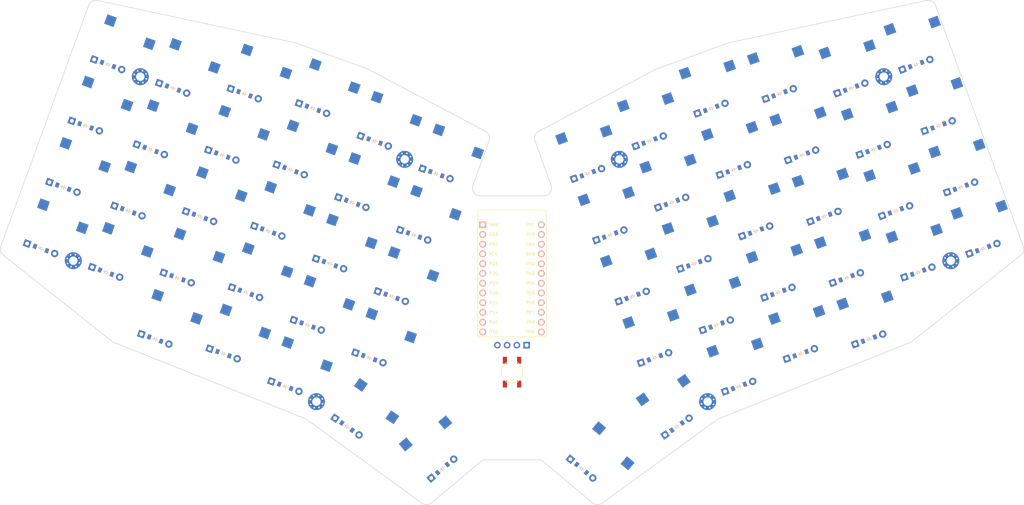
<source format=kicad_pcb>
(kicad_pcb (version 20171130) (host pcbnew 5.1.6)
  (title_block (title "tutorial") (rev "v1.0.0") (company "Unknown"))
  (layers (0 F.Cu signal) (31 B.Cu signal) (34 B.Paste user) (35 F.Paste user) (36 B.SilkS user) (37 F.SilkS user) (38 B.Mask user) (39 F.Mask user) (44 Edge.Cuts user))
  (net 0 "")
  (net 1 "P14")
  (net 2 "outer_bottom")
  (net 3 "outer_home")
  (net 4 "outer_top")
  (net 5 "outer_num")
  (net 6 "P16")
  (net 7 "pinky_bottom")
  (net 8 "pinky_home")
  (net 9 "pinky_top")
  (net 10 "pinky_num")
  (net 11 "ring_mod")
  (net 12 "P10")
  (net 13 "ring_bottom")
  (net 14 "ring_home")
  (net 15 "ring_top")
  (net 16 "ring_num")
  (net 17 "middle_mod")
  (net 18 "P7")
  (net 19 "middle_bottom")
  (net 20 "middle_home")
  (net 21 "middle_top")
  (net 22 "middle_num")
  (net 23 "index_mod")
  (net 24 "P8")
  (net 25 "index_bottom")
  (net 26 "index_home")
  (net 27 "index_top")
  (net 28 "index_num")
  (net 29 "P9")
  (net 30 "inner_bottom")
  (net 31 "inner_home")
  (net 32 "inner_top")
  (net 33 "inner_num")
  (net 34 "layer_cluster")
  (net 35 "space_cluster")
  (net 36 "mirror_outer_bottom")
  (net 37 "mirror_outer_home")
  (net 38 "mirror_outer_top")
  (net 39 "mirror_outer_num")
  (net 40 "mirror_pinky_bottom")
  (net 41 "mirror_pinky_home")
  (net 42 "mirror_pinky_top")
  (net 43 "mirror_pinky_num")
  (net 44 "mirror_ring_mod")
  (net 45 "mirror_ring_bottom")
  (net 46 "mirror_ring_home")
  (net 47 "mirror_ring_top")
  (net 48 "mirror_ring_num")
  (net 49 "mirror_middle_mod")
  (net 50 "mirror_middle_bottom")
  (net 51 "mirror_middle_home")
  (net 52 "mirror_middle_top")
  (net 53 "mirror_middle_num")
  (net 54 "mirror_index_mod")
  (net 55 "mirror_index_bottom")
  (net 56 "mirror_index_home")
  (net 57 "mirror_index_top")
  (net 58 "mirror_index_num")
  (net 59 "mirror_inner_bottom")
  (net 60 "mirror_inner_home")
  (net 61 "mirror_inner_top")
  (net 62 "mirror_inner_num")
  (net 63 "mirror_layer_cluster")
  (net 64 "mirror_space_cluster")
  (net 65 "P18")
  (net 66 "P19")
  (net 67 "P20")
  (net 68 "P21")
  (net 69 "P15")
  (net 70 "P5")
  (net 71 "P4")
  (net 72 "P0")
  (net 73 "P1")
  (net 74 "P6")
  (net 75 "RAW")
  (net 76 "GND")
  (net 77 "RST")
  (net 78 "VCC")
  (net 79 "P2")
  (net 80 "P3")
  (module PG1350 (layer F.Cu) (at 65.5815902 112.1965019 -20)
    (fp_text reference "S1" hide)
    (fp_text value "" hide)
    (pad "" np_thru_hole circle (at 0 0) (size 3.429 3.429) (drill 3.429) (layers *.Cu *.Mask))
    (pad "" np_thru_hole circle (at 5.5 0) (size 1.7018 1.7018) (drill 1.7018) (layers *.Cu *.Mask))
    (pad "" np_thru_hole circle (at -5.5 0) (size 1.7018 1.7018) (drill 1.7018) (layers *.Cu *.Mask))
    (pad "" np_thru_hole circle (at 5 -3.75) (size 3 3) (drill 3) (layers *.Cu *.Mask))
    (pad "" np_thru_hole circle (at 0 -5.95) (size 3 3) (drill 3) (layers *.Cu *.Mask))
    (pad 1 smd rect (at -3.275 -5.95 -20) (size 2.6 2.6) (layers B.Cu B.Paste B.Mask) (net 1 "P14"))
    (pad 2 smd rect (at 8.275 -3.75 -20) (size 2.6 2.6) (layers B.Cu B.Paste B.Mask) (net 2 "outer_bottom"))
  )
  (module PG1350 (layer F.Cu) (at 71.3959326 96.2217273 -20)
    (fp_text reference "S2" hide)
    (fp_text value "" hide)
    (pad "" np_thru_hole circle (at 0 0) (size 3.429 3.429) (drill 3.429) (layers *.Cu *.Mask))
    (pad "" np_thru_hole circle (at 5.5 0) (size 1.7018 1.7018) (drill 1.7018) (layers *.Cu *.Mask))
    (pad "" np_thru_hole circle (at -5.5 0) (size 1.7018 1.7018) (drill 1.7018) (layers *.Cu *.Mask))
    (pad "" np_thru_hole circle (at 5 -3.75) (size 3 3) (drill 3) (layers *.Cu *.Mask))
    (pad "" np_thru_hole circle (at 0 -5.95) (size 3 3) (drill 3) (layers *.Cu *.Mask))
    (pad 1 smd rect (at -3.275 -5.95 -20) (size 2.6 2.6) (layers B.Cu B.Paste B.Mask) (net 1 "P14"))
    (pad 2 smd rect (at 8.275 -3.75 -20) (size 2.6 2.6) (layers B.Cu B.Paste B.Mask) (net 3 "outer_home"))
  )
  (module PG1350 (layer F.Cu) (at 77.2102751 80.2469528 -20)
    (fp_text reference "S3" hide)
    (fp_text value "" hide)
    (pad "" np_thru_hole circle (at 0 0) (size 3.429 3.429) (drill 3.429) (layers *.Cu *.Mask))
    (pad "" np_thru_hole circle (at 5.5 0) (size 1.7018 1.7018) (drill 1.7018) (layers *.Cu *.Mask))
    (pad "" np_thru_hole circle (at -5.5 0) (size 1.7018 1.7018) (drill 1.7018) (layers *.Cu *.Mask))
    (pad "" np_thru_hole circle (at 5 -3.75) (size 3 3) (drill 3) (layers *.Cu *.Mask))
    (pad "" np_thru_hole circle (at 0 -5.95) (size 3 3) (drill 3) (layers *.Cu *.Mask))
    (pad 1 smd rect (at -3.275 -5.95 -20) (size 2.6 2.6) (layers B.Cu B.Paste B.Mask) (net 1 "P14"))
    (pad 2 smd rect (at 8.275 -3.75 -20) (size 2.6 2.6) (layers B.Cu B.Paste B.Mask) (net 4 "outer_top"))
  )
  (module PG1350 (layer F.Cu) (at 83.0246175 64.2721782 -20)
    (fp_text reference "S4" hide)
    (fp_text value "" hide)
    (pad "" np_thru_hole circle (at 0 0) (size 3.429 3.429) (drill 3.429) (layers *.Cu *.Mask))
    (pad "" np_thru_hole circle (at 5.5 0) (size 1.7018 1.7018) (drill 1.7018) (layers *.Cu *.Mask))
    (pad "" np_thru_hole circle (at -5.5 0) (size 1.7018 1.7018) (drill 1.7018) (layers *.Cu *.Mask))
    (pad "" np_thru_hole circle (at 5 -3.75) (size 3 3) (drill 3) (layers *.Cu *.Mask))
    (pad "" np_thru_hole circle (at 0 -5.95) (size 3 3) (drill 3) (layers *.Cu *.Mask))
    (pad 1 smd rect (at -3.275 -5.95 -20) (size 2.6 2.6) (layers B.Cu B.Paste B.Mask) (net 1 "P14"))
    (pad 2 smd rect (at 8.275 -3.75 -20) (size 2.6 2.6) (layers B.Cu B.Paste B.Mask) (net 5 "outer_num"))
  )
  (module PG1350 (layer F.Cu) (at 82.4960574 118.3528644 -20)
    (fp_text reference "S5" hide)
    (fp_text value "" hide)
    (pad "" np_thru_hole circle (at 0 0) (size 3.429 3.429) (drill 3.429) (layers *.Cu *.Mask))
    (pad "" np_thru_hole circle (at 5.5 0) (size 1.7018 1.7018) (drill 1.7018) (layers *.Cu *.Mask))
    (pad "" np_thru_hole circle (at -5.5 0) (size 1.7018 1.7018) (drill 1.7018) (layers *.Cu *.Mask))
    (pad "" np_thru_hole circle (at 5 -3.75) (size 3 3) (drill 3) (layers *.Cu *.Mask))
    (pad "" np_thru_hole circle (at 0 -5.95) (size 3 3) (drill 3) (layers *.Cu *.Mask))
    (pad 1 smd rect (at -3.275 -5.95 -20) (size 2.6 2.6) (layers B.Cu B.Paste B.Mask) (net 6 "P16"))
    (pad 2 smd rect (at 8.275 -3.75 -20) (size 2.6 2.6) (layers B.Cu B.Paste B.Mask) (net 7 "pinky_bottom"))
  )
  (module PG1350 (layer F.Cu) (at 88.3103998 102.3780899 -20)
    (fp_text reference "S6" hide)
    (fp_text value "" hide)
    (pad "" np_thru_hole circle (at 0 0) (size 3.429 3.429) (drill 3.429) (layers *.Cu *.Mask))
    (pad "" np_thru_hole circle (at 5.5 0) (size 1.7018 1.7018) (drill 1.7018) (layers *.Cu *.Mask))
    (pad "" np_thru_hole circle (at -5.5 0) (size 1.7018 1.7018) (drill 1.7018) (layers *.Cu *.Mask))
    (pad "" np_thru_hole circle (at 5 -3.75) (size 3 3) (drill 3) (layers *.Cu *.Mask))
    (pad "" np_thru_hole circle (at 0 -5.95) (size 3 3) (drill 3) (layers *.Cu *.Mask))
    (pad 1 smd rect (at -3.275 -5.95 -20) (size 2.6 2.6) (layers B.Cu B.Paste B.Mask) (net 6 "P16"))
    (pad 2 smd rect (at 8.275 -3.75 -20) (size 2.6 2.6) (layers B.Cu B.Paste B.Mask) (net 8 "pinky_home"))
  )
  (module PG1350 (layer F.Cu) (at 94.1247422 86.4033153 -20)
    (fp_text reference "S7" hide)
    (fp_text value "" hide)
    (pad "" np_thru_hole circle (at 0 0) (size 3.429 3.429) (drill 3.429) (layers *.Cu *.Mask))
    (pad "" np_thru_hole circle (at 5.5 0) (size 1.7018 1.7018) (drill 1.7018) (layers *.Cu *.Mask))
    (pad "" np_thru_hole circle (at -5.5 0) (size 1.7018 1.7018) (drill 1.7018) (layers *.Cu *.Mask))
    (pad "" np_thru_hole circle (at 5 -3.75) (size 3 3) (drill 3) (layers *.Cu *.Mask))
    (pad "" np_thru_hole circle (at 0 -5.95) (size 3 3) (drill 3) (layers *.Cu *.Mask))
    (pad 1 smd rect (at -3.275 -5.95 -20) (size 2.6 2.6) (layers B.Cu B.Paste B.Mask) (net 6 "P16"))
    (pad 2 smd rect (at 8.275 -3.75 -20) (size 2.6 2.6) (layers B.Cu B.Paste B.Mask) (net 9 "pinky_top"))
  )
  (module PG1350 (layer F.Cu) (at 99.9390847 70.4285408 -20)
    (fp_text reference "S8" hide)
    (fp_text value "" hide)
    (pad "" np_thru_hole circle (at 0 0) (size 3.429 3.429) (drill 3.429) (layers *.Cu *.Mask))
    (pad "" np_thru_hole circle (at 5.5 0) (size 1.7018 1.7018) (drill 1.7018) (layers *.Cu *.Mask))
    (pad "" np_thru_hole circle (at -5.5 0) (size 1.7018 1.7018) (drill 1.7018) (layers *.Cu *.Mask))
    (pad "" np_thru_hole circle (at 5 -3.75) (size 3 3) (drill 3) (layers *.Cu *.Mask))
    (pad "" np_thru_hole circle (at 0 -5.95) (size 3 3) (drill 3) (layers *.Cu *.Mask))
    (pad 1 smd rect (at -3.275 -5.95 -20) (size 2.6 2.6) (layers B.Cu B.Paste B.Mask) (net 6 "P16"))
    (pad 2 smd rect (at 8.275 -3.75 -20) (size 2.6 2.6) (layers B.Cu B.Paste B.Mask) (net 10 "pinky_num"))
  )
  (module PG1350 (layer F.Cu) (at 95.3062828 135.7855385 -20)
    (fp_text reference "S9" hide)
    (fp_text value "" hide)
    (pad "" np_thru_hole circle (at 0 0) (size 3.429 3.429) (drill 3.429) (layers *.Cu *.Mask))
    (pad "" np_thru_hole circle (at 5.5 0) (size 1.7018 1.7018) (drill 1.7018) (layers *.Cu *.Mask))
    (pad "" np_thru_hole circle (at -5.5 0) (size 1.7018 1.7018) (drill 1.7018) (layers *.Cu *.Mask))
    (pad "" np_thru_hole circle (at 5 -3.75) (size 3 3) (drill 3) (layers *.Cu *.Mask))
    (pad "" np_thru_hole circle (at 0 -5.95) (size 3 3) (drill 3) (layers *.Cu *.Mask))
    (pad 1 smd rect (at -3.275 -5.95 -20) (size 2.6 2.6) (layers B.Cu B.Paste B.Mask) (net 6 "P16"))
    (pad 2 smd rect (at 8.275 -3.75 -20) (size 2.6 2.6) (layers B.Cu B.Paste B.Mask) (net 11 "ring_mod"))
  )
  (module PG1350 (layer F.Cu) (at 101.1206252 119.8107639 -20)
    (fp_text reference "S10" hide)
    (fp_text value "" hide)
    (pad "" np_thru_hole circle (at 0 0) (size 3.429 3.429) (drill 3.429) (layers *.Cu *.Mask))
    (pad "" np_thru_hole circle (at 5.5 0) (size 1.7018 1.7018) (drill 1.7018) (layers *.Cu *.Mask))
    (pad "" np_thru_hole circle (at -5.5 0) (size 1.7018 1.7018) (drill 1.7018) (layers *.Cu *.Mask))
    (pad "" np_thru_hole circle (at 5 -3.75) (size 3 3) (drill 3) (layers *.Cu *.Mask))
    (pad "" np_thru_hole circle (at 0 -5.95) (size 3 3) (drill 3) (layers *.Cu *.Mask))
    (pad 1 smd rect (at -3.275 -5.95 -20) (size 2.6 2.6) (layers B.Cu B.Paste B.Mask) (net 12 "P10"))
    (pad 2 smd rect (at 8.275 -3.75 -20) (size 2.6 2.6) (layers B.Cu B.Paste B.Mask) (net 13 "ring_bottom"))
  )
  (module PG1350 (layer F.Cu) (at 106.9349677 103.8359894 -20)
    (fp_text reference "S11" hide)
    (fp_text value "" hide)
    (pad "" np_thru_hole circle (at 0 0) (size 3.429 3.429) (drill 3.429) (layers *.Cu *.Mask))
    (pad "" np_thru_hole circle (at 5.5 0) (size 1.7018 1.7018) (drill 1.7018) (layers *.Cu *.Mask))
    (pad "" np_thru_hole circle (at -5.5 0) (size 1.7018 1.7018) (drill 1.7018) (layers *.Cu *.Mask))
    (pad "" np_thru_hole circle (at 5 -3.75) (size 3 3) (drill 3) (layers *.Cu *.Mask))
    (pad "" np_thru_hole circle (at 0 -5.95) (size 3 3) (drill 3) (layers *.Cu *.Mask))
    (pad 1 smd rect (at -3.275 -5.95 -20) (size 2.6 2.6) (layers B.Cu B.Paste B.Mask) (net 12 "P10"))
    (pad 2 smd rect (at 8.275 -3.75 -20) (size 2.6 2.6) (layers B.Cu B.Paste B.Mask) (net 14 "ring_home"))
  )
  (module PG1350 (layer F.Cu) (at 112.7493101 87.8612148 -20)
    (fp_text reference "S12" hide)
    (fp_text value "" hide)
    (pad "" np_thru_hole circle (at 0 0) (size 3.429 3.429) (drill 3.429) (layers *.Cu *.Mask))
    (pad "" np_thru_hole circle (at 5.5 0) (size 1.7018 1.7018) (drill 1.7018) (layers *.Cu *.Mask))
    (pad "" np_thru_hole circle (at -5.5 0) (size 1.7018 1.7018) (drill 1.7018) (layers *.Cu *.Mask))
    (pad "" np_thru_hole circle (at 5 -3.75) (size 3 3) (drill 3) (layers *.Cu *.Mask))
    (pad "" np_thru_hole circle (at 0 -5.95) (size 3 3) (drill 3) (layers *.Cu *.Mask))
    (pad 1 smd rect (at -3.275 -5.95 -20) (size 2.6 2.6) (layers B.Cu B.Paste B.Mask) (net 12 "P10"))
    (pad 2 smd rect (at 8.275 -3.75 -20) (size 2.6 2.6) (layers B.Cu B.Paste B.Mask) (net 15 "ring_top"))
  )
  (module PG1350 (layer F.Cu) (at 118.5636526 71.8864403 -20)
    (fp_text reference "S13" hide)
    (fp_text value "" hide)
    (pad "" np_thru_hole circle (at 0 0) (size 3.429 3.429) (drill 3.429) (layers *.Cu *.Mask))
    (pad "" np_thru_hole circle (at 5.5 0) (size 1.7018 1.7018) (drill 1.7018) (layers *.Cu *.Mask))
    (pad "" np_thru_hole circle (at -5.5 0) (size 1.7018 1.7018) (drill 1.7018) (layers *.Cu *.Mask))
    (pad "" np_thru_hole circle (at 5 -3.75) (size 3 3) (drill 3) (layers *.Cu *.Mask))
    (pad "" np_thru_hole circle (at 0 -5.95) (size 3 3) (drill 3) (layers *.Cu *.Mask))
    (pad 1 smd rect (at -3.275 -5.95 -20) (size 2.6 2.6) (layers B.Cu B.Paste B.Mask) (net 12 "P10"))
    (pad 2 smd rect (at 8.275 -3.75 -20) (size 2.6 2.6) (layers B.Cu B.Paste B.Mask) (net 16 "ring_num"))
  )
  (module PG1350 (layer F.Cu) (at 113.0758003 139.5926695 -20)
    (fp_text reference "S14" hide)
    (fp_text value "" hide)
    (pad "" np_thru_hole circle (at 0 0) (size 3.429 3.429) (drill 3.429) (layers *.Cu *.Mask))
    (pad "" np_thru_hole circle (at 5.5 0) (size 1.7018 1.7018) (drill 1.7018) (layers *.Cu *.Mask))
    (pad "" np_thru_hole circle (at -5.5 0) (size 1.7018 1.7018) (drill 1.7018) (layers *.Cu *.Mask))
    (pad "" np_thru_hole circle (at 5 -3.75) (size 3 3) (drill 3) (layers *.Cu *.Mask))
    (pad "" np_thru_hole circle (at 0 -5.95) (size 3 3) (drill 3) (layers *.Cu *.Mask))
    (pad 1 smd rect (at -3.275 -5.95 -20) (size 2.6 2.6) (layers B.Cu B.Paste B.Mask) (net 12 "P10"))
    (pad 2 smd rect (at 8.275 -3.75 -20) (size 2.6 2.6) (layers B.Cu B.Paste B.Mask) (net 17 "middle_mod"))
  )
  (module PG1350 (layer F.Cu) (at 118.8901428 123.6178949 -20)
    (fp_text reference "S15" hide)
    (fp_text value "" hide)
    (pad "" np_thru_hole circle (at 0 0) (size 3.429 3.429) (drill 3.429) (layers *.Cu *.Mask))
    (pad "" np_thru_hole circle (at 5.5 0) (size 1.7018 1.7018) (drill 1.7018) (layers *.Cu *.Mask))
    (pad "" np_thru_hole circle (at -5.5 0) (size 1.7018 1.7018) (drill 1.7018) (layers *.Cu *.Mask))
    (pad "" np_thru_hole circle (at 5 -3.75) (size 3 3) (drill 3) (layers *.Cu *.Mask))
    (pad "" np_thru_hole circle (at 0 -5.95) (size 3 3) (drill 3) (layers *.Cu *.Mask))
    (pad 1 smd rect (at -3.275 -5.95 -20) (size 2.6 2.6) (layers B.Cu B.Paste B.Mask) (net 18 "P7"))
    (pad 2 smd rect (at 8.275 -3.75 -20) (size 2.6 2.6) (layers B.Cu B.Paste B.Mask) (net 19 "middle_bottom"))
  )
  (module PG1350 (layer F.Cu) (at 124.7044852 107.6431204 -20)
    (fp_text reference "S16" hide)
    (fp_text value "" hide)
    (pad "" np_thru_hole circle (at 0 0) (size 3.429 3.429) (drill 3.429) (layers *.Cu *.Mask))
    (pad "" np_thru_hole circle (at 5.5 0) (size 1.7018 1.7018) (drill 1.7018) (layers *.Cu *.Mask))
    (pad "" np_thru_hole circle (at -5.5 0) (size 1.7018 1.7018) (drill 1.7018) (layers *.Cu *.Mask))
    (pad "" np_thru_hole circle (at 5 -3.75) (size 3 3) (drill 3) (layers *.Cu *.Mask))
    (pad "" np_thru_hole circle (at 0 -5.95) (size 3 3) (drill 3) (layers *.Cu *.Mask))
    (pad 1 smd rect (at -3.275 -5.95 -20) (size 2.6 2.6) (layers B.Cu B.Paste B.Mask) (net 18 "P7"))
    (pad 2 smd rect (at 8.275 -3.75 -20) (size 2.6 2.6) (layers B.Cu B.Paste B.Mask) (net 20 "middle_home"))
  )
  (module PG1350 (layer F.Cu) (at 130.5188277 91.6683458 -20)
    (fp_text reference "S17" hide)
    (fp_text value "" hide)
    (pad "" np_thru_hole circle (at 0 0) (size 3.429 3.429) (drill 3.429) (layers *.Cu *.Mask))
    (pad "" np_thru_hole circle (at 5.5 0) (size 1.7018 1.7018) (drill 1.7018) (layers *.Cu *.Mask))
    (pad "" np_thru_hole circle (at -5.5 0) (size 1.7018 1.7018) (drill 1.7018) (layers *.Cu *.Mask))
    (pad "" np_thru_hole circle (at 5 -3.75) (size 3 3) (drill 3) (layers *.Cu *.Mask))
    (pad "" np_thru_hole circle (at 0 -5.95) (size 3 3) (drill 3) (layers *.Cu *.Mask))
    (pad 1 smd rect (at -3.275 -5.95 -20) (size 2.6 2.6) (layers B.Cu B.Paste B.Mask) (net 18 "P7"))
    (pad 2 smd rect (at 8.275 -3.75 -20) (size 2.6 2.6) (layers B.Cu B.Paste B.Mask) (net 21 "middle_top"))
  )
  (module PG1350 (layer F.Cu) (at 136.3331701 75.6935713 -20)
    (fp_text reference "S18" hide)
    (fp_text value "" hide)
    (pad "" np_thru_hole circle (at 0 0) (size 3.429 3.429) (drill 3.429) (layers *.Cu *.Mask))
    (pad "" np_thru_hole circle (at 5.5 0) (size 1.7018 1.7018) (drill 1.7018) (layers *.Cu *.Mask))
    (pad "" np_thru_hole circle (at -5.5 0) (size 1.7018 1.7018) (drill 1.7018) (layers *.Cu *.Mask))
    (pad "" np_thru_hole circle (at 5 -3.75) (size 3 3) (drill 3) (layers *.Cu *.Mask))
    (pad "" np_thru_hole circle (at 0 -5.95) (size 3 3) (drill 3) (layers *.Cu *.Mask))
    (pad 1 smd rect (at -3.275 -5.95 -20) (size 2.6 2.6) (layers B.Cu B.Paste B.Mask) (net 18 "P7"))
    (pad 2 smd rect (at 8.275 -3.75 -20) (size 2.6 2.6) (layers B.Cu B.Paste B.Mask) (net 22 "middle_num"))
  )
  (module PG1350 (layer F.Cu) (at 129.1352172 148.0982636 -20)
    (fp_text reference "S19" hide)
    (fp_text value "" hide)
    (pad "" np_thru_hole circle (at 0 0) (size 3.429 3.429) (drill 3.429) (layers *.Cu *.Mask))
    (pad "" np_thru_hole circle (at 5.5 0) (size 1.7018 1.7018) (drill 1.7018) (layers *.Cu *.Mask))
    (pad "" np_thru_hole circle (at -5.5 0) (size 1.7018 1.7018) (drill 1.7018) (layers *.Cu *.Mask))
    (pad "" np_thru_hole circle (at 5 -3.75) (size 3 3) (drill 3) (layers *.Cu *.Mask))
    (pad "" np_thru_hole circle (at 0 -5.95) (size 3 3) (drill 3) (layers *.Cu *.Mask))
    (pad 1 smd rect (at -3.275 -5.95 -20) (size 2.6 2.6) (layers B.Cu B.Paste B.Mask) (net 18 "P7"))
    (pad 2 smd rect (at 8.275 -3.75 -20) (size 2.6 2.6) (layers B.Cu B.Paste B.Mask) (net 23 "index_mod"))
  )
  (module PG1350 (layer F.Cu) (at 134.9495596 132.1234891 -20)
    (fp_text reference "S20" hide)
    (fp_text value "" hide)
    (pad "" np_thru_hole circle (at 0 0) (size 3.429 3.429) (drill 3.429) (layers *.Cu *.Mask))
    (pad "" np_thru_hole circle (at 5.5 0) (size 1.7018 1.7018) (drill 1.7018) (layers *.Cu *.Mask))
    (pad "" np_thru_hole circle (at -5.5 0) (size 1.7018 1.7018) (drill 1.7018) (layers *.Cu *.Mask))
    (pad "" np_thru_hole circle (at 5 -3.75) (size 3 3) (drill 3) (layers *.Cu *.Mask))
    (pad "" np_thru_hole circle (at 0 -5.95) (size 3 3) (drill 3) (layers *.Cu *.Mask))
    (pad 1 smd rect (at -3.275 -5.95 -20) (size 2.6 2.6) (layers B.Cu B.Paste B.Mask) (net 24 "P8"))
    (pad 2 smd rect (at 8.275 -3.75 -20) (size 2.6 2.6) (layers B.Cu B.Paste B.Mask) (net 25 "index_bottom"))
  )
  (module PG1350 (layer F.Cu) (at 140.763902 116.1487145 -20)
    (fp_text reference "S21" hide)
    (fp_text value "" hide)
    (pad "" np_thru_hole circle (at 0 0) (size 3.429 3.429) (drill 3.429) (layers *.Cu *.Mask))
    (pad "" np_thru_hole circle (at 5.5 0) (size 1.7018 1.7018) (drill 1.7018) (layers *.Cu *.Mask))
    (pad "" np_thru_hole circle (at -5.5 0) (size 1.7018 1.7018) (drill 1.7018) (layers *.Cu *.Mask))
    (pad "" np_thru_hole circle (at 5 -3.75) (size 3 3) (drill 3) (layers *.Cu *.Mask))
    (pad "" np_thru_hole circle (at 0 -5.95) (size 3 3) (drill 3) (layers *.Cu *.Mask))
    (pad 1 smd rect (at -3.275 -5.95 -20) (size 2.6 2.6) (layers B.Cu B.Paste B.Mask) (net 24 "P8"))
    (pad 2 smd rect (at 8.275 -3.75 -20) (size 2.6 2.6) (layers B.Cu B.Paste B.Mask) (net 26 "index_home"))
  )
  (module PG1350 (layer F.Cu) (at 146.5782445 100.17394 -20)
    (fp_text reference "S22" hide)
    (fp_text value "" hide)
    (pad "" np_thru_hole circle (at 0 0) (size 3.429 3.429) (drill 3.429) (layers *.Cu *.Mask))
    (pad "" np_thru_hole circle (at 5.5 0) (size 1.7018 1.7018) (drill 1.7018) (layers *.Cu *.Mask))
    (pad "" np_thru_hole circle (at -5.5 0) (size 1.7018 1.7018) (drill 1.7018) (layers *.Cu *.Mask))
    (pad "" np_thru_hole circle (at 5 -3.75) (size 3 3) (drill 3) (layers *.Cu *.Mask))
    (pad "" np_thru_hole circle (at 0 -5.95) (size 3 3) (drill 3) (layers *.Cu *.Mask))
    (pad 1 smd rect (at -3.275 -5.95 -20) (size 2.6 2.6) (layers B.Cu B.Paste B.Mask) (net 24 "P8"))
    (pad 2 smd rect (at 8.275 -3.75 -20) (size 2.6 2.6) (layers B.Cu B.Paste B.Mask) (net 27 "index_top"))
  )
  (module PG1350 (layer F.Cu) (at 152.3925869 84.1991654 -20)
    (fp_text reference "S23" hide)
    (fp_text value "" hide)
    (pad "" np_thru_hole circle (at 0 0) (size 3.429 3.429) (drill 3.429) (layers *.Cu *.Mask))
    (pad "" np_thru_hole circle (at 5.5 0) (size 1.7018 1.7018) (drill 1.7018) (layers *.Cu *.Mask))
    (pad "" np_thru_hole circle (at -5.5 0) (size 1.7018 1.7018) (drill 1.7018) (layers *.Cu *.Mask))
    (pad "" np_thru_hole circle (at 5 -3.75) (size 3 3) (drill 3) (layers *.Cu *.Mask))
    (pad "" np_thru_hole circle (at 0 -5.95) (size 3 3) (drill 3) (layers *.Cu *.Mask))
    (pad 1 smd rect (at -3.275 -5.95 -20) (size 2.6 2.6) (layers B.Cu B.Paste B.Mask) (net 24 "P8"))
    (pad 2 smd rect (at 8.275 -3.75 -20) (size 2.6 2.6) (layers B.Cu B.Paste B.Mask) (net 28 "index_num"))
  )
  (module PG1350 (layer F.Cu) (at 151.0089764 140.6290832 -20)
    (fp_text reference "S24" hide)
    (fp_text value "" hide)
    (pad "" np_thru_hole circle (at 0 0) (size 3.429 3.429) (drill 3.429) (layers *.Cu *.Mask))
    (pad "" np_thru_hole circle (at 5.5 0) (size 1.7018 1.7018) (drill 1.7018) (layers *.Cu *.Mask))
    (pad "" np_thru_hole circle (at -5.5 0) (size 1.7018 1.7018) (drill 1.7018) (layers *.Cu *.Mask))
    (pad "" np_thru_hole circle (at 5 -3.75) (size 3 3) (drill 3) (layers *.Cu *.Mask))
    (pad "" np_thru_hole circle (at 0 -5.95) (size 3 3) (drill 3) (layers *.Cu *.Mask))
    (pad 1 smd rect (at -3.275 -5.95 -20) (size 2.6 2.6) (layers B.Cu B.Paste B.Mask) (net 29 "P9"))
    (pad 2 smd rect (at 8.275 -3.75 -20) (size 2.6 2.6) (layers B.Cu B.Paste B.Mask) (net 30 "inner_bottom"))
  )
  (module PG1350 (layer F.Cu) (at 156.8233188 124.6543087 -20)
    (fp_text reference "S25" hide)
    (fp_text value "" hide)
    (pad "" np_thru_hole circle (at 0 0) (size 3.429 3.429) (drill 3.429) (layers *.Cu *.Mask))
    (pad "" np_thru_hole circle (at 5.5 0) (size 1.7018 1.7018) (drill 1.7018) (layers *.Cu *.Mask))
    (pad "" np_thru_hole circle (at -5.5 0) (size 1.7018 1.7018) (drill 1.7018) (layers *.Cu *.Mask))
    (pad "" np_thru_hole circle (at 5 -3.75) (size 3 3) (drill 3) (layers *.Cu *.Mask))
    (pad "" np_thru_hole circle (at 0 -5.95) (size 3 3) (drill 3) (layers *.Cu *.Mask))
    (pad 1 smd rect (at -3.275 -5.95 -20) (size 2.6 2.6) (layers B.Cu B.Paste B.Mask) (net 29 "P9"))
    (pad 2 smd rect (at 8.275 -3.75 -20) (size 2.6 2.6) (layers B.Cu B.Paste B.Mask) (net 31 "inner_home"))
  )
  (module PG1350 (layer F.Cu) (at 162.6376613 108.6795341 -20)
    (fp_text reference "S26" hide)
    (fp_text value "" hide)
    (pad "" np_thru_hole circle (at 0 0) (size 3.429 3.429) (drill 3.429) (layers *.Cu *.Mask))
    (pad "" np_thru_hole circle (at 5.5 0) (size 1.7018 1.7018) (drill 1.7018) (layers *.Cu *.Mask))
    (pad "" np_thru_hole circle (at -5.5 0) (size 1.7018 1.7018) (drill 1.7018) (layers *.Cu *.Mask))
    (pad "" np_thru_hole circle (at 5 -3.75) (size 3 3) (drill 3) (layers *.Cu *.Mask))
    (pad "" np_thru_hole circle (at 0 -5.95) (size 3 3) (drill 3) (layers *.Cu *.Mask))
    (pad 1 smd rect (at -3.275 -5.95 -20) (size 2.6 2.6) (layers B.Cu B.Paste B.Mask) (net 29 "P9"))
    (pad 2 smd rect (at 8.275 -3.75 -20) (size 2.6 2.6) (layers B.Cu B.Paste B.Mask) (net 32 "inner_top"))
  )
  (module PG1350 (layer F.Cu) (at 168.4520037 92.7047595 -20)
    (fp_text reference "S27" hide)
    (fp_text value "" hide)
    (pad "" np_thru_hole circle (at 0 0) (size 3.429 3.429) (drill 3.429) (layers *.Cu *.Mask))
    (pad "" np_thru_hole circle (at 5.5 0) (size 1.7018 1.7018) (drill 1.7018) (layers *.Cu *.Mask))
    (pad "" np_thru_hole circle (at -5.5 0) (size 1.7018 1.7018) (drill 1.7018) (layers *.Cu *.Mask))
    (pad "" np_thru_hole circle (at 5 -3.75) (size 3 3) (drill 3) (layers *.Cu *.Mask))
    (pad "" np_thru_hole circle (at 0 -5.95) (size 3 3) (drill 3) (layers *.Cu *.Mask))
    (pad 1 smd rect (at -3.275 -5.95 -20) (size 2.6 2.6) (layers B.Cu B.Paste B.Mask) (net 29 "P9"))
    (pad 2 smd rect (at 8.275 -3.75 -20) (size 2.6 2.6) (layers B.Cu B.Paste B.Mask) (net 33 "inner_num"))
  )
  (module PG1350 (layer F.Cu) (at 146.3899789 159.1672833 -35)
    (fp_text reference "S28" hide)
    (fp_text value "" hide)
    (pad "" np_thru_hole circle (at 0 0) (size 3.429 3.429) (drill 3.429) (layers *.Cu *.Mask))
    (pad "" np_thru_hole circle (at 5.5 0) (size 1.7018 1.7018) (drill 1.7018) (layers *.Cu *.Mask))
    (pad "" np_thru_hole circle (at -5.5 0) (size 1.7018 1.7018) (drill 1.7018) (layers *.Cu *.Mask))
    (pad "" np_thru_hole circle (at 5 -3.75) (size 3 3) (drill 3) (layers *.Cu *.Mask))
    (pad "" np_thru_hole circle (at 0 -5.95) (size 3 3) (drill 3) (layers *.Cu *.Mask))
    (pad 1 smd rect (at -3.275 -5.95 -35) (size 2.6 2.6) (layers B.Cu B.Paste B.Mask) (net 24 "P8"))
    (pad 2 smd rect (at 8.275 -3.75 -35) (size 2.6 2.6) (layers B.Cu B.Paste B.Mask) (net 34 "layer_cluster"))
  )
  (module PG1350 (layer F.Cu) (at 165.1388866 170.3743346 40)
    (fp_text reference "S29" hide)
    (fp_text value "" hide)
    (pad "" np_thru_hole circle (at 0 0) (size 3.429 3.429) (drill 3.429) (layers *.Cu *.Mask))
    (pad "" np_thru_hole circle (at 5.5 0) (size 1.7018 1.7018) (drill 1.7018) (layers *.Cu *.Mask))
    (pad "" np_thru_hole circle (at -5.5 0) (size 1.7018 1.7018) (drill 1.7018) (layers *.Cu *.Mask))
    (pad "" np_thru_hole circle (at 5 -3.75) (size 3 3) (drill 3) (layers *.Cu *.Mask))
    (pad "" np_thru_hole circle (at 0 -5.95) (size 3 3) (drill 3) (layers *.Cu *.Mask))
    (pad 1 smd rect (at -3.275 -5.95 40) (size 2.6 2.6) (layers B.Cu B.Paste B.Mask) (net 29 "P9"))
    (pad 2 smd rect (at 8.275 -3.75 40) (size 2.6 2.6) (layers B.Cu B.Paste B.Mask) (net 35 "space_cluster"))
  )
  (module PG1350 (layer F.Cu) (at 307.3224172 112.1965019 20)
    (fp_text reference "S30" hide)
    (fp_text value "" hide)
    (pad "" np_thru_hole circle (at 0 0) (size 3.429 3.429) (drill 3.429) (layers *.Cu *.Mask))
    (pad "" np_thru_hole circle (at 5.5 0) (size 1.7018 1.7018) (drill 1.7018) (layers *.Cu *.Mask))
    (pad "" np_thru_hole circle (at -5.5 0) (size 1.7018 1.7018) (drill 1.7018) (layers *.Cu *.Mask))
    (pad "" np_thru_hole circle (at 5 -3.75) (size 3 3) (drill 3) (layers *.Cu *.Mask))
    (pad "" np_thru_hole circle (at 0 -5.95) (size 3 3) (drill 3) (layers *.Cu *.Mask))
    (pad 1 smd rect (at -3.275 -5.95 20) (size 2.6 2.6) (layers B.Cu B.Paste B.Mask) (net 1 "P14"))
    (pad 2 smd rect (at 8.275 -3.75 20) (size 2.6 2.6) (layers B.Cu B.Paste B.Mask) (net 36 "mirror_outer_bottom"))
  )
  (module PG1350 (layer F.Cu) (at 301.50807480000003 96.2217273 20)
    (fp_text reference "S31" hide)
    (fp_text value "" hide)
    (pad "" np_thru_hole circle (at 0 0) (size 3.429 3.429) (drill 3.429) (layers *.Cu *.Mask))
    (pad "" np_thru_hole circle (at 5.5 0) (size 1.7018 1.7018) (drill 1.7018) (layers *.Cu *.Mask))
    (pad "" np_thru_hole circle (at -5.5 0) (size 1.7018 1.7018) (drill 1.7018) (layers *.Cu *.Mask))
    (pad "" np_thru_hole circle (at 5 -3.75) (size 3 3) (drill 3) (layers *.Cu *.Mask))
    (pad "" np_thru_hole circle (at 0 -5.95) (size 3 3) (drill 3) (layers *.Cu *.Mask))
    (pad 1 smd rect (at -3.275 -5.95 20) (size 2.6 2.6) (layers B.Cu B.Paste B.Mask) (net 1 "P14"))
    (pad 2 smd rect (at 8.275 -3.75 20) (size 2.6 2.6) (layers B.Cu B.Paste B.Mask) (net 37 "mirror_outer_home"))
  )
  (module PG1350 (layer F.Cu) (at 295.6937323 80.2469528 20)
    (fp_text reference "S32" hide)
    (fp_text value "" hide)
    (pad "" np_thru_hole circle (at 0 0) (size 3.429 3.429) (drill 3.429) (layers *.Cu *.Mask))
    (pad "" np_thru_hole circle (at 5.5 0) (size 1.7018 1.7018) (drill 1.7018) (layers *.Cu *.Mask))
    (pad "" np_thru_hole circle (at -5.5 0) (size 1.7018 1.7018) (drill 1.7018) (layers *.Cu *.Mask))
    (pad "" np_thru_hole circle (at 5 -3.75) (size 3 3) (drill 3) (layers *.Cu *.Mask))
    (pad "" np_thru_hole circle (at 0 -5.95) (size 3 3) (drill 3) (layers *.Cu *.Mask))
    (pad 1 smd rect (at -3.275 -5.95 20) (size 2.6 2.6) (layers B.Cu B.Paste B.Mask) (net 1 "P14"))
    (pad 2 smd rect (at 8.275 -3.75 20) (size 2.6 2.6) (layers B.Cu B.Paste B.Mask) (net 38 "mirror_outer_top"))
  )
  (module PG1350 (layer F.Cu) (at 289.8793899 64.2721782 20)
    (fp_text reference "S33" hide)
    (fp_text value "" hide)
    (pad "" np_thru_hole circle (at 0 0) (size 3.429 3.429) (drill 3.429) (layers *.Cu *.Mask))
    (pad "" np_thru_hole circle (at 5.5 0) (size 1.7018 1.7018) (drill 1.7018) (layers *.Cu *.Mask))
    (pad "" np_thru_hole circle (at -5.5 0) (size 1.7018 1.7018) (drill 1.7018) (layers *.Cu *.Mask))
    (pad "" np_thru_hole circle (at 5 -3.75) (size 3 3) (drill 3) (layers *.Cu *.Mask))
    (pad "" np_thru_hole circle (at 0 -5.95) (size 3 3) (drill 3) (layers *.Cu *.Mask))
    (pad 1 smd rect (at -3.275 -5.95 20) (size 2.6 2.6) (layers B.Cu B.Paste B.Mask) (net 1 "P14"))
    (pad 2 smd rect (at 8.275 -3.75 20) (size 2.6 2.6) (layers B.Cu B.Paste B.Mask) (net 39 "mirror_outer_num"))
  )
  (module PG1350 (layer F.Cu) (at 290.40795 118.3528644 20)
    (fp_text reference "S34" hide)
    (fp_text value "" hide)
    (pad "" np_thru_hole circle (at 0 0) (size 3.429 3.429) (drill 3.429) (layers *.Cu *.Mask))
    (pad "" np_thru_hole circle (at 5.5 0) (size 1.7018 1.7018) (drill 1.7018) (layers *.Cu *.Mask))
    (pad "" np_thru_hole circle (at -5.5 0) (size 1.7018 1.7018) (drill 1.7018) (layers *.Cu *.Mask))
    (pad "" np_thru_hole circle (at 5 -3.75) (size 3 3) (drill 3) (layers *.Cu *.Mask))
    (pad "" np_thru_hole circle (at 0 -5.95) (size 3 3) (drill 3) (layers *.Cu *.Mask))
    (pad 1 smd rect (at -3.275 -5.95 20) (size 2.6 2.6) (layers B.Cu B.Paste B.Mask) (net 6 "P16"))
    (pad 2 smd rect (at 8.275 -3.75 20) (size 2.6 2.6) (layers B.Cu B.Paste B.Mask) (net 40 "mirror_pinky_bottom"))
  )
  (module PG1350 (layer F.Cu) (at 284.59360760000004 102.3780899 20)
    (fp_text reference "S35" hide)
    (fp_text value "" hide)
    (pad "" np_thru_hole circle (at 0 0) (size 3.429 3.429) (drill 3.429) (layers *.Cu *.Mask))
    (pad "" np_thru_hole circle (at 5.5 0) (size 1.7018 1.7018) (drill 1.7018) (layers *.Cu *.Mask))
    (pad "" np_thru_hole circle (at -5.5 0) (size 1.7018 1.7018) (drill 1.7018) (layers *.Cu *.Mask))
    (pad "" np_thru_hole circle (at 5 -3.75) (size 3 3) (drill 3) (layers *.Cu *.Mask))
    (pad "" np_thru_hole circle (at 0 -5.95) (size 3 3) (drill 3) (layers *.Cu *.Mask))
    (pad 1 smd rect (at -3.275 -5.95 20) (size 2.6 2.6) (layers B.Cu B.Paste B.Mask) (net 6 "P16"))
    (pad 2 smd rect (at 8.275 -3.75 20) (size 2.6 2.6) (layers B.Cu B.Paste B.Mask) (net 41 "mirror_pinky_home"))
  )
  (module PG1350 (layer F.Cu) (at 278.7792652 86.4033153 20)
    (fp_text reference "S36" hide)
    (fp_text value "" hide)
    (pad "" np_thru_hole circle (at 0 0) (size 3.429 3.429) (drill 3.429) (layers *.Cu *.Mask))
    (pad "" np_thru_hole circle (at 5.5 0) (size 1.7018 1.7018) (drill 1.7018) (layers *.Cu *.Mask))
    (pad "" np_thru_hole circle (at -5.5 0) (size 1.7018 1.7018) (drill 1.7018) (layers *.Cu *.Mask))
    (pad "" np_thru_hole circle (at 5 -3.75) (size 3 3) (drill 3) (layers *.Cu *.Mask))
    (pad "" np_thru_hole circle (at 0 -5.95) (size 3 3) (drill 3) (layers *.Cu *.Mask))
    (pad 1 smd rect (at -3.275 -5.95 20) (size 2.6 2.6) (layers B.Cu B.Paste B.Mask) (net 6 "P16"))
    (pad 2 smd rect (at 8.275 -3.75 20) (size 2.6 2.6) (layers B.Cu B.Paste B.Mask) (net 42 "mirror_pinky_top"))
  )
  (module PG1350 (layer F.Cu) (at 272.9649227 70.4285408 20)
    (fp_text reference "S37" hide)
    (fp_text value "" hide)
    (pad "" np_thru_hole circle (at 0 0) (size 3.429 3.429) (drill 3.429) (layers *.Cu *.Mask))
    (pad "" np_thru_hole circle (at 5.5 0) (size 1.7018 1.7018) (drill 1.7018) (layers *.Cu *.Mask))
    (pad "" np_thru_hole circle (at -5.5 0) (size 1.7018 1.7018) (drill 1.7018) (layers *.Cu *.Mask))
    (pad "" np_thru_hole circle (at 5 -3.75) (size 3 3) (drill 3) (layers *.Cu *.Mask))
    (pad "" np_thru_hole circle (at 0 -5.95) (size 3 3) (drill 3) (layers *.Cu *.Mask))
    (pad 1 smd rect (at -3.275 -5.95 20) (size 2.6 2.6) (layers B.Cu B.Paste B.Mask) (net 6 "P16"))
    (pad 2 smd rect (at 8.275 -3.75 20) (size 2.6 2.6) (layers B.Cu B.Paste B.Mask) (net 43 "mirror_pinky_num"))
  )
  (module PG1350 (layer F.Cu) (at 277.5977246 135.7855385 20)
    (fp_text reference "S38" hide)
    (fp_text value "" hide)
    (pad "" np_thru_hole circle (at 0 0) (size 3.429 3.429) (drill 3.429) (layers *.Cu *.Mask))
    (pad "" np_thru_hole circle (at 5.5 0) (size 1.7018 1.7018) (drill 1.7018) (layers *.Cu *.Mask))
    (pad "" np_thru_hole circle (at -5.5 0) (size 1.7018 1.7018) (drill 1.7018) (layers *.Cu *.Mask))
    (pad "" np_thru_hole circle (at 5 -3.75) (size 3 3) (drill 3) (layers *.Cu *.Mask))
    (pad "" np_thru_hole circle (at 0 -5.95) (size 3 3) (drill 3) (layers *.Cu *.Mask))
    (pad 1 smd rect (at -3.275 -5.95 20) (size 2.6 2.6) (layers B.Cu B.Paste B.Mask) (net 6 "P16"))
    (pad 2 smd rect (at 8.275 -3.75 20) (size 2.6 2.6) (layers B.Cu B.Paste B.Mask) (net 44 "mirror_ring_mod"))
  )
  (module PG1350 (layer F.Cu) (at 271.7833822 119.8107639 20)
    (fp_text reference "S39" hide)
    (fp_text value "" hide)
    (pad "" np_thru_hole circle (at 0 0) (size 3.429 3.429) (drill 3.429) (layers *.Cu *.Mask))
    (pad "" np_thru_hole circle (at 5.5 0) (size 1.7018 1.7018) (drill 1.7018) (layers *.Cu *.Mask))
    (pad "" np_thru_hole circle (at -5.5 0) (size 1.7018 1.7018) (drill 1.7018) (layers *.Cu *.Mask))
    (pad "" np_thru_hole circle (at 5 -3.75) (size 3 3) (drill 3) (layers *.Cu *.Mask))
    (pad "" np_thru_hole circle (at 0 -5.95) (size 3 3) (drill 3) (layers *.Cu *.Mask))
    (pad 1 smd rect (at -3.275 -5.95 20) (size 2.6 2.6) (layers B.Cu B.Paste B.Mask) (net 12 "P10"))
    (pad 2 smd rect (at 8.275 -3.75 20) (size 2.6 2.6) (layers B.Cu B.Paste B.Mask) (net 45 "mirror_ring_bottom"))
  )
  (module PG1350 (layer F.Cu) (at 265.9690397 103.8359894 20)
    (fp_text reference "S40" hide)
    (fp_text value "" hide)
    (pad "" np_thru_hole circle (at 0 0) (size 3.429 3.429) (drill 3.429) (layers *.Cu *.Mask))
    (pad "" np_thru_hole circle (at 5.5 0) (size 1.7018 1.7018) (drill 1.7018) (layers *.Cu *.Mask))
    (pad "" np_thru_hole circle (at -5.5 0) (size 1.7018 1.7018) (drill 1.7018) (layers *.Cu *.Mask))
    (pad "" np_thru_hole circle (at 5 -3.75) (size 3 3) (drill 3) (layers *.Cu *.Mask))
    (pad "" np_thru_hole circle (at 0 -5.95) (size 3 3) (drill 3) (layers *.Cu *.Mask))
    (pad 1 smd rect (at -3.275 -5.95 20) (size 2.6 2.6) (layers B.Cu B.Paste B.Mask) (net 12 "P10"))
    (pad 2 smd rect (at 8.275 -3.75 20) (size 2.6 2.6) (layers B.Cu B.Paste B.Mask) (net 46 "mirror_ring_home"))
  )
  (module PG1350 (layer F.Cu) (at 260.1546973 87.8612148 20)
    (fp_text reference "S41" hide)
    (fp_text value "" hide)
    (pad "" np_thru_hole circle (at 0 0) (size 3.429 3.429) (drill 3.429) (layers *.Cu *.Mask))
    (pad "" np_thru_hole circle (at 5.5 0) (size 1.7018 1.7018) (drill 1.7018) (layers *.Cu *.Mask))
    (pad "" np_thru_hole circle (at -5.5 0) (size 1.7018 1.7018) (drill 1.7018) (layers *.Cu *.Mask))
    (pad "" np_thru_hole circle (at 5 -3.75) (size 3 3) (drill 3) (layers *.Cu *.Mask))
    (pad "" np_thru_hole circle (at 0 -5.95) (size 3 3) (drill 3) (layers *.Cu *.Mask))
    (pad 1 smd rect (at -3.275 -5.95 20) (size 2.6 2.6) (layers B.Cu B.Paste B.Mask) (net 12 "P10"))
    (pad 2 smd rect (at 8.275 -3.75 20) (size 2.6 2.6) (layers B.Cu B.Paste B.Mask) (net 47 "mirror_ring_top"))
  )
  (module PG1350 (layer F.Cu) (at 254.3403548 71.8864403 20)
    (fp_text reference "S42" hide)
    (fp_text value "" hide)
    (pad "" np_thru_hole circle (at 0 0) (size 3.429 3.429) (drill 3.429) (layers *.Cu *.Mask))
    (pad "" np_thru_hole circle (at 5.5 0) (size 1.7018 1.7018) (drill 1.7018) (layers *.Cu *.Mask))
    (pad "" np_thru_hole circle (at -5.5 0) (size 1.7018 1.7018) (drill 1.7018) (layers *.Cu *.Mask))
    (pad "" np_thru_hole circle (at 5 -3.75) (size 3 3) (drill 3) (layers *.Cu *.Mask))
    (pad "" np_thru_hole circle (at 0 -5.95) (size 3 3) (drill 3) (layers *.Cu *.Mask))
    (pad 1 smd rect (at -3.275 -5.95 20) (size 2.6 2.6) (layers B.Cu B.Paste B.Mask) (net 12 "P10"))
    (pad 2 smd rect (at 8.275 -3.75 20) (size 2.6 2.6) (layers B.Cu B.Paste B.Mask) (net 48 "mirror_ring_num"))
  )
  (module PG1350 (layer F.Cu) (at 259.8282071 139.5926695 20)
    (fp_text reference "S43" hide)
    (fp_text value "" hide)
    (pad "" np_thru_hole circle (at 0 0) (size 3.429 3.429) (drill 3.429) (layers *.Cu *.Mask))
    (pad "" np_thru_hole circle (at 5.5 0) (size 1.7018 1.7018) (drill 1.7018) (layers *.Cu *.Mask))
    (pad "" np_thru_hole circle (at -5.5 0) (size 1.7018 1.7018) (drill 1.7018) (layers *.Cu *.Mask))
    (pad "" np_thru_hole circle (at 5 -3.75) (size 3 3) (drill 3) (layers *.Cu *.Mask))
    (pad "" np_thru_hole circle (at 0 -5.95) (size 3 3) (drill 3) (layers *.Cu *.Mask))
    (pad 1 smd rect (at -3.275 -5.95 20) (size 2.6 2.6) (layers B.Cu B.Paste B.Mask) (net 12 "P10"))
    (pad 2 smd rect (at 8.275 -3.75 20) (size 2.6 2.6) (layers B.Cu B.Paste B.Mask) (net 49 "mirror_middle_mod"))
  )
  (module PG1350 (layer F.Cu) (at 254.0138646 123.6178949 20)
    (fp_text reference "S44" hide)
    (fp_text value "" hide)
    (pad "" np_thru_hole circle (at 0 0) (size 3.429 3.429) (drill 3.429) (layers *.Cu *.Mask))
    (pad "" np_thru_hole circle (at 5.5 0) (size 1.7018 1.7018) (drill 1.7018) (layers *.Cu *.Mask))
    (pad "" np_thru_hole circle (at -5.5 0) (size 1.7018 1.7018) (drill 1.7018) (layers *.Cu *.Mask))
    (pad "" np_thru_hole circle (at 5 -3.75) (size 3 3) (drill 3) (layers *.Cu *.Mask))
    (pad "" np_thru_hole circle (at 0 -5.95) (size 3 3) (drill 3) (layers *.Cu *.Mask))
    (pad 1 smd rect (at -3.275 -5.95 20) (size 2.6 2.6) (layers B.Cu B.Paste B.Mask) (net 18 "P7"))
    (pad 2 smd rect (at 8.275 -3.75 20) (size 2.6 2.6) (layers B.Cu B.Paste B.Mask) (net 50 "mirror_middle_bottom"))
  )
  (module PG1350 (layer F.Cu) (at 248.19952220000002 107.6431204 20)
    (fp_text reference "S45" hide)
    (fp_text value "" hide)
    (pad "" np_thru_hole circle (at 0 0) (size 3.429 3.429) (drill 3.429) (layers *.Cu *.Mask))
    (pad "" np_thru_hole circle (at 5.5 0) (size 1.7018 1.7018) (drill 1.7018) (layers *.Cu *.Mask))
    (pad "" np_thru_hole circle (at -5.5 0) (size 1.7018 1.7018) (drill 1.7018) (layers *.Cu *.Mask))
    (pad "" np_thru_hole circle (at 5 -3.75) (size 3 3) (drill 3) (layers *.Cu *.Mask))
    (pad "" np_thru_hole circle (at 0 -5.95) (size 3 3) (drill 3) (layers *.Cu *.Mask))
    (pad 1 smd rect (at -3.275 -5.95 20) (size 2.6 2.6) (layers B.Cu B.Paste B.Mask) (net 18 "P7"))
    (pad 2 smd rect (at 8.275 -3.75 20) (size 2.6 2.6) (layers B.Cu B.Paste B.Mask) (net 51 "mirror_middle_home"))
  )
  (module PG1350 (layer F.Cu) (at 242.3851797 91.6683458 20)
    (fp_text reference "S46" hide)
    (fp_text value "" hide)
    (pad "" np_thru_hole circle (at 0 0) (size 3.429 3.429) (drill 3.429) (layers *.Cu *.Mask))
    (pad "" np_thru_hole circle (at 5.5 0) (size 1.7018 1.7018) (drill 1.7018) (layers *.Cu *.Mask))
    (pad "" np_thru_hole circle (at -5.5 0) (size 1.7018 1.7018) (drill 1.7018) (layers *.Cu *.Mask))
    (pad "" np_thru_hole circle (at 5 -3.75) (size 3 3) (drill 3) (layers *.Cu *.Mask))
    (pad "" np_thru_hole circle (at 0 -5.95) (size 3 3) (drill 3) (layers *.Cu *.Mask))
    (pad 1 smd rect (at -3.275 -5.95 20) (size 2.6 2.6) (layers B.Cu B.Paste B.Mask) (net 18 "P7"))
    (pad 2 smd rect (at 8.275 -3.75 20) (size 2.6 2.6) (layers B.Cu B.Paste B.Mask) (net 52 "mirror_middle_top"))
  )
  (module PG1350 (layer F.Cu) (at 236.57083730000002 75.6935713 20)
    (fp_text reference "S47" hide)
    (fp_text value "" hide)
    (pad "" np_thru_hole circle (at 0 0) (size 3.429 3.429) (drill 3.429) (layers *.Cu *.Mask))
    (pad "" np_thru_hole circle (at 5.5 0) (size 1.7018 1.7018) (drill 1.7018) (layers *.Cu *.Mask))
    (pad "" np_thru_hole circle (at -5.5 0) (size 1.7018 1.7018) (drill 1.7018) (layers *.Cu *.Mask))
    (pad "" np_thru_hole circle (at 5 -3.75) (size 3 3) (drill 3) (layers *.Cu *.Mask))
    (pad "" np_thru_hole circle (at 0 -5.95) (size 3 3) (drill 3) (layers *.Cu *.Mask))
    (pad 1 smd rect (at -3.275 -5.95 20) (size 2.6 2.6) (layers B.Cu B.Paste B.Mask) (net 18 "P7"))
    (pad 2 smd rect (at 8.275 -3.75 20) (size 2.6 2.6) (layers B.Cu B.Paste B.Mask) (net 53 "mirror_middle_num"))
  )
  (module PG1350 (layer F.Cu) (at 243.7687902 148.0982636 20)
    (fp_text reference "S48" hide)
    (fp_text value "" hide)
    (pad "" np_thru_hole circle (at 0 0) (size 3.429 3.429) (drill 3.429) (layers *.Cu *.Mask))
    (pad "" np_thru_hole circle (at 5.5 0) (size 1.7018 1.7018) (drill 1.7018) (layers *.Cu *.Mask))
    (pad "" np_thru_hole circle (at -5.5 0) (size 1.7018 1.7018) (drill 1.7018) (layers *.Cu *.Mask))
    (pad "" np_thru_hole circle (at 5 -3.75) (size 3 3) (drill 3) (layers *.Cu *.Mask))
    (pad "" np_thru_hole circle (at 0 -5.95) (size 3 3) (drill 3) (layers *.Cu *.Mask))
    (pad 1 smd rect (at -3.275 -5.95 20) (size 2.6 2.6) (layers B.Cu B.Paste B.Mask) (net 18 "P7"))
    (pad 2 smd rect (at 8.275 -3.75 20) (size 2.6 2.6) (layers B.Cu B.Paste B.Mask) (net 54 "mirror_index_mod"))
  )
  (module PG1350 (layer F.Cu) (at 237.95444780000003 132.1234891 20)
    (fp_text reference "S49" hide)
    (fp_text value "" hide)
    (pad "" np_thru_hole circle (at 0 0) (size 3.429 3.429) (drill 3.429) (layers *.Cu *.Mask))
    (pad "" np_thru_hole circle (at 5.5 0) (size 1.7018 1.7018) (drill 1.7018) (layers *.Cu *.Mask))
    (pad "" np_thru_hole circle (at -5.5 0) (size 1.7018 1.7018) (drill 1.7018) (layers *.Cu *.Mask))
    (pad "" np_thru_hole circle (at 5 -3.75) (size 3 3) (drill 3) (layers *.Cu *.Mask))
    (pad "" np_thru_hole circle (at 0 -5.95) (size 3 3) (drill 3) (layers *.Cu *.Mask))
    (pad 1 smd rect (at -3.275 -5.95 20) (size 2.6 2.6) (layers B.Cu B.Paste B.Mask) (net 24 "P8"))
    (pad 2 smd rect (at 8.275 -3.75 20) (size 2.6 2.6) (layers B.Cu B.Paste B.Mask) (net 55 "mirror_index_bottom"))
  )
  (module PG1350 (layer F.Cu) (at 232.1401054 116.1487145 20)
    (fp_text reference "S50" hide)
    (fp_text value "" hide)
    (pad "" np_thru_hole circle (at 0 0) (size 3.429 3.429) (drill 3.429) (layers *.Cu *.Mask))
    (pad "" np_thru_hole circle (at 5.5 0) (size 1.7018 1.7018) (drill 1.7018) (layers *.Cu *.Mask))
    (pad "" np_thru_hole circle (at -5.5 0) (size 1.7018 1.7018) (drill 1.7018) (layers *.Cu *.Mask))
    (pad "" np_thru_hole circle (at 5 -3.75) (size 3 3) (drill 3) (layers *.Cu *.Mask))
    (pad "" np_thru_hole circle (at 0 -5.95) (size 3 3) (drill 3) (layers *.Cu *.Mask))
    (pad 1 smd rect (at -3.275 -5.95 20) (size 2.6 2.6) (layers B.Cu B.Paste B.Mask) (net 24 "P8"))
    (pad 2 smd rect (at 8.275 -3.75 20) (size 2.6 2.6) (layers B.Cu B.Paste B.Mask) (net 56 "mirror_index_home"))
  )
  (module PG1350 (layer F.Cu) (at 226.3257629 100.17394 20)
    (fp_text reference "S51" hide)
    (fp_text value "" hide)
    (pad "" np_thru_hole circle (at 0 0) (size 3.429 3.429) (drill 3.429) (layers *.Cu *.Mask))
    (pad "" np_thru_hole circle (at 5.5 0) (size 1.7018 1.7018) (drill 1.7018) (layers *.Cu *.Mask))
    (pad "" np_thru_hole circle (at -5.5 0) (size 1.7018 1.7018) (drill 1.7018) (layers *.Cu *.Mask))
    (pad "" np_thru_hole circle (at 5 -3.75) (size 3 3) (drill 3) (layers *.Cu *.Mask))
    (pad "" np_thru_hole circle (at 0 -5.95) (size 3 3) (drill 3) (layers *.Cu *.Mask))
    (pad 1 smd rect (at -3.275 -5.95 20) (size 2.6 2.6) (layers B.Cu B.Paste B.Mask) (net 24 "P8"))
    (pad 2 smd rect (at 8.275 -3.75 20) (size 2.6 2.6) (layers B.Cu B.Paste B.Mask) (net 57 "mirror_index_top"))
  )
  (module PG1350 (layer F.Cu) (at 220.5114205 84.1991654 20)
    (fp_text reference "S52" hide)
    (fp_text value "" hide)
    (pad "" np_thru_hole circle (at 0 0) (size 3.429 3.429) (drill 3.429) (layers *.Cu *.Mask))
    (pad "" np_thru_hole circle (at 5.5 0) (size 1.7018 1.7018) (drill 1.7018) (layers *.Cu *.Mask))
    (pad "" np_thru_hole circle (at -5.5 0) (size 1.7018 1.7018) (drill 1.7018) (layers *.Cu *.Mask))
    (pad "" np_thru_hole circle (at 5 -3.75) (size 3 3) (drill 3) (layers *.Cu *.Mask))
    (pad "" np_thru_hole circle (at 0 -5.95) (size 3 3) (drill 3) (layers *.Cu *.Mask))
    (pad 1 smd rect (at -3.275 -5.95 20) (size 2.6 2.6) (layers B.Cu B.Paste B.Mask) (net 24 "P8"))
    (pad 2 smd rect (at 8.275 -3.75 20) (size 2.6 2.6) (layers B.Cu B.Paste B.Mask) (net 58 "mirror_index_num"))
  )
  (module PG1350 (layer F.Cu) (at 221.89503100000002 140.6290832 20)
    (fp_text reference "S53" hide)
    (fp_text value "" hide)
    (pad "" np_thru_hole circle (at 0 0) (size 3.429 3.429) (drill 3.429) (layers *.Cu *.Mask))
    (pad "" np_thru_hole circle (at 5.5 0) (size 1.7018 1.7018) (drill 1.7018) (layers *.Cu *.Mask))
    (pad "" np_thru_hole circle (at -5.5 0) (size 1.7018 1.7018) (drill 1.7018) (layers *.Cu *.Mask))
    (pad "" np_thru_hole circle (at 5 -3.75) (size 3 3) (drill 3) (layers *.Cu *.Mask))
    (pad "" np_thru_hole circle (at 0 -5.95) (size 3 3) (drill 3) (layers *.Cu *.Mask))
    (pad 1 smd rect (at -3.275 -5.95 20) (size 2.6 2.6) (layers B.Cu B.Paste B.Mask) (net 29 "P9"))
    (pad 2 smd rect (at 8.275 -3.75 20) (size 2.6 2.6) (layers B.Cu B.Paste B.Mask) (net 59 "mirror_inner_bottom"))
  )
  (module PG1350 (layer F.Cu) (at 216.0806886 124.6543087 20)
    (fp_text reference "S54" hide)
    (fp_text value "" hide)
    (pad "" np_thru_hole circle (at 0 0) (size 3.429 3.429) (drill 3.429) (layers *.Cu *.Mask))
    (pad "" np_thru_hole circle (at 5.5 0) (size 1.7018 1.7018) (drill 1.7018) (layers *.Cu *.Mask))
    (pad "" np_thru_hole circle (at -5.5 0) (size 1.7018 1.7018) (drill 1.7018) (layers *.Cu *.Mask))
    (pad "" np_thru_hole circle (at 5 -3.75) (size 3 3) (drill 3) (layers *.Cu *.Mask))
    (pad "" np_thru_hole circle (at 0 -5.95) (size 3 3) (drill 3) (layers *.Cu *.Mask))
    (pad 1 smd rect (at -3.275 -5.95 20) (size 2.6 2.6) (layers B.Cu B.Paste B.Mask) (net 29 "P9"))
    (pad 2 smd rect (at 8.275 -3.75 20) (size 2.6 2.6) (layers B.Cu B.Paste B.Mask) (net 60 "mirror_inner_home"))
  )
  (module PG1350 (layer F.Cu) (at 210.26634610000002 108.6795341 20)
    (fp_text reference "S55" hide)
    (fp_text value "" hide)
    (pad "" np_thru_hole circle (at 0 0) (size 3.429 3.429) (drill 3.429) (layers *.Cu *.Mask))
    (pad "" np_thru_hole circle (at 5.5 0) (size 1.7018 1.7018) (drill 1.7018) (layers *.Cu *.Mask))
    (pad "" np_thru_hole circle (at -5.5 0) (size 1.7018 1.7018) (drill 1.7018) (layers *.Cu *.Mask))
    (pad "" np_thru_hole circle (at 5 -3.75) (size 3 3) (drill 3) (layers *.Cu *.Mask))
    (pad "" np_thru_hole circle (at 0 -5.95) (size 3 3) (drill 3) (layers *.Cu *.Mask))
    (pad 1 smd rect (at -3.275 -5.95 20) (size 2.6 2.6) (layers B.Cu B.Paste B.Mask) (net 29 "P9"))
    (pad 2 smd rect (at 8.275 -3.75 20) (size 2.6 2.6) (layers B.Cu B.Paste B.Mask) (net 61 "mirror_inner_top"))
  )
  (module PG1350 (layer F.Cu) (at 204.4520037 92.7047595 20)
    (fp_text reference "S56" hide)
    (fp_text value "" hide)
    (pad "" np_thru_hole circle (at 0 0) (size 3.429 3.429) (drill 3.429) (layers *.Cu *.Mask))
    (pad "" np_thru_hole circle (at 5.5 0) (size 1.7018 1.7018) (drill 1.7018) (layers *.Cu *.Mask))
    (pad "" np_thru_hole circle (at -5.5 0) (size 1.7018 1.7018) (drill 1.7018) (layers *.Cu *.Mask))
    (pad "" np_thru_hole circle (at 5 -3.75) (size 3 3) (drill 3) (layers *.Cu *.Mask))
    (pad "" np_thru_hole circle (at 0 -5.95) (size 3 3) (drill 3) (layers *.Cu *.Mask))
    (pad 1 smd rect (at -3.275 -5.95 20) (size 2.6 2.6) (layers B.Cu B.Paste B.Mask) (net 29 "P9"))
    (pad 2 smd rect (at 8.275 -3.75 20) (size 2.6 2.6) (layers B.Cu B.Paste B.Mask) (net 62 "mirror_inner_num"))
  )
  (module PG1350 (layer F.Cu) (at 226.51402850000002 159.1672833 35)
    (fp_text reference "S57" hide)
    (fp_text value "" hide)
    (pad "" np_thru_hole circle (at 0 0) (size 3.429 3.429) (drill 3.429) (layers *.Cu *.Mask))
    (pad "" np_thru_hole circle (at 5.5 0) (size 1.7018 1.7018) (drill 1.7018) (layers *.Cu *.Mask))
    (pad "" np_thru_hole circle (at -5.5 0) (size 1.7018 1.7018) (drill 1.7018) (layers *.Cu *.Mask))
    (pad "" np_thru_hole circle (at 5 -3.75) (size 3 3) (drill 3) (layers *.Cu *.Mask))
    (pad "" np_thru_hole circle (at 0 -5.95) (size 3 3) (drill 3) (layers *.Cu *.Mask))
    (pad 1 smd rect (at -3.275 -5.95 35) (size 2.6 2.6) (layers B.Cu B.Paste B.Mask) (net 24 "P8"))
    (pad 2 smd rect (at 8.275 -3.75 35) (size 2.6 2.6) (layers B.Cu B.Paste B.Mask) (net 63 "mirror_layer_cluster"))
  )
  (module PG1350 (layer F.Cu) (at 207.7651208 170.3743346 -40)
    (fp_text reference "S58" hide)
    (fp_text value "" hide)
    (pad "" np_thru_hole circle (at 0 0) (size 3.429 3.429) (drill 3.429) (layers *.Cu *.Mask))
    (pad "" np_thru_hole circle (at 5.5 0) (size 1.7018 1.7018) (drill 1.7018) (layers *.Cu *.Mask))
    (pad "" np_thru_hole circle (at -5.5 0) (size 1.7018 1.7018) (drill 1.7018) (layers *.Cu *.Mask))
    (pad "" np_thru_hole circle (at 5 -3.75) (size 3 3) (drill 3) (layers *.Cu *.Mask))
    (pad "" np_thru_hole circle (at 0 -5.95) (size 3 3) (drill 3) (layers *.Cu *.Mask))
    (pad 1 smd rect (at -3.275 -5.95 -40) (size 2.6 2.6) (layers B.Cu B.Paste B.Mask) (net 29 "P9"))
    (pad 2 smd rect (at 8.275 -3.75 -40) (size 2.6 2.6) (layers B.Cu B.Paste B.Mask) (net 64 "mirror_space_cluster"))
  )
  (module ComboDiode (layer F.Cu) (at 63.871489499999996 116.894965 -20)
    (fp_text reference "D1" hide)
    (fp_text value "" hide)
    (pad 1 smd rect (at -1.65 0 -20) (size 0.9 1.2) (layers F.Cu F.Paste F.Mask) (net 65 "P18"))
    (pad 2 smd rect (at 1.65 0 -20) (size 0.9 1.2) (layers B.Cu B.Paste B.Mask) (net 2 "outer_bottom"))
    (pad 1 smd rect (at -1.65 0 -20) (size 0.9 1.2) (layers B.Cu B.Paste B.Mask) (net 65 "P18"))
    (pad 2 smd rect (at 1.65 0 -20) (size 0.9 1.2) (layers F.Cu F.Paste F.Mask) (net 2 "outer_bottom"))
    (pad 1 thru_hole rect (at -3.81 0 -20) (size 1.778 1.778) (drill 0.9906) (layers *.Cu *.Mask) (net 65 "P18"))
    (pad 2 thru_hole circle (at 3.81 0 -20) (size 1.905 1.905) (drill 0.9906) (layers *.Cu *.Mask) (net 2 "outer_bottom"))
  )
  (module ComboDiode (layer F.Cu) (at 69.6858319 100.9201904 -20)
    (fp_text reference "D2" hide)
    (fp_text value "" hide)
    (pad 1 smd rect (at -1.65 0 -20) (size 0.9 1.2) (layers F.Cu F.Paste F.Mask) (net 66 "P19"))
    (pad 2 smd rect (at 1.65 0 -20) (size 0.9 1.2) (layers B.Cu B.Paste B.Mask) (net 3 "outer_home"))
    (pad 1 smd rect (at -1.65 0 -20) (size 0.9 1.2) (layers B.Cu B.Paste B.Mask) (net 66 "P19"))
    (pad 2 smd rect (at 1.65 0 -20) (size 0.9 1.2) (layers F.Cu F.Paste F.Mask) (net 3 "outer_home"))
    (pad 1 thru_hole rect (at -3.81 0 -20) (size 1.778 1.778) (drill 0.9906) (layers *.Cu *.Mask) (net 66 "P19"))
    (pad 2 thru_hole circle (at 3.81 0 -20) (size 1.905 1.905) (drill 0.9906) (layers *.Cu *.Mask) (net 3 "outer_home"))
  )
  (module ComboDiode (layer F.Cu) (at 75.5001744 84.9454159 -20)
    (fp_text reference "D3" hide)
    (fp_text value "" hide)
    (pad 1 smd rect (at -1.65 0 -20) (size 0.9 1.2) (layers F.Cu F.Paste F.Mask) (net 67 "P20"))
    (pad 2 smd rect (at 1.65 0 -20) (size 0.9 1.2) (layers B.Cu B.Paste B.Mask) (net 4 "outer_top"))
    (pad 1 smd rect (at -1.65 0 -20) (size 0.9 1.2) (layers B.Cu B.Paste B.Mask) (net 67 "P20"))
    (pad 2 smd rect (at 1.65 0 -20) (size 0.9 1.2) (layers F.Cu F.Paste F.Mask) (net 4 "outer_top"))
    (pad 1 thru_hole rect (at -3.81 0 -20) (size 1.778 1.778) (drill 0.9906) (layers *.Cu *.Mask) (net 67 "P20"))
    (pad 2 thru_hole circle (at 3.81 0 -20) (size 1.905 1.905) (drill 0.9906) (layers *.Cu *.Mask) (net 4 "outer_top"))
  )
  (module ComboDiode (layer F.Cu) (at 81.3145168 68.9706413 -20)
    (fp_text reference "D4" hide)
    (fp_text value "" hide)
    (pad 1 smd rect (at -1.65 0 -20) (size 0.9 1.2) (layers F.Cu F.Paste F.Mask) (net 68 "P21"))
    (pad 2 smd rect (at 1.65 0 -20) (size 0.9 1.2) (layers B.Cu B.Paste B.Mask) (net 5 "outer_num"))
    (pad 1 smd rect (at -1.65 0 -20) (size 0.9 1.2) (layers B.Cu B.Paste B.Mask) (net 68 "P21"))
    (pad 2 smd rect (at 1.65 0 -20) (size 0.9 1.2) (layers F.Cu F.Paste F.Mask) (net 5 "outer_num"))
    (pad 1 thru_hole rect (at -3.81 0 -20) (size 1.778 1.778) (drill 0.9906) (layers *.Cu *.Mask) (net 68 "P21"))
    (pad 2 thru_hole circle (at 3.81 0 -20) (size 1.905 1.905) (drill 0.9906) (layers *.Cu *.Mask) (net 5 "outer_num"))
  )
  (module ComboDiode (layer F.Cu) (at 80.7859567 123.0513275 -20)
    (fp_text reference "D5" hide)
    (fp_text value "" hide)
    (pad 1 smd rect (at -1.65 0 -20) (size 0.9 1.2) (layers F.Cu F.Paste F.Mask) (net 65 "P18"))
    (pad 2 smd rect (at 1.65 0 -20) (size 0.9 1.2) (layers B.Cu B.Paste B.Mask) (net 7 "pinky_bottom"))
    (pad 1 smd rect (at -1.65 0 -20) (size 0.9 1.2) (layers B.Cu B.Paste B.Mask) (net 65 "P18"))
    (pad 2 smd rect (at 1.65 0 -20) (size 0.9 1.2) (layers F.Cu F.Paste F.Mask) (net 7 "pinky_bottom"))
    (pad 1 thru_hole rect (at -3.81 0 -20) (size 1.778 1.778) (drill 0.9906) (layers *.Cu *.Mask) (net 65 "P18"))
    (pad 2 thru_hole circle (at 3.81 0 -20) (size 1.905 1.905) (drill 0.9906) (layers *.Cu *.Mask) (net 7 "pinky_bottom"))
  )
  (module ComboDiode (layer F.Cu) (at 86.6002991 107.076553 -20)
    (fp_text reference "D6" hide)
    (fp_text value "" hide)
    (pad 1 smd rect (at -1.65 0 -20) (size 0.9 1.2) (layers F.Cu F.Paste F.Mask) (net 66 "P19"))
    (pad 2 smd rect (at 1.65 0 -20) (size 0.9 1.2) (layers B.Cu B.Paste B.Mask) (net 8 "pinky_home"))
    (pad 1 smd rect (at -1.65 0 -20) (size 0.9 1.2) (layers B.Cu B.Paste B.Mask) (net 66 "P19"))
    (pad 2 smd rect (at 1.65 0 -20) (size 0.9 1.2) (layers F.Cu F.Paste F.Mask) (net 8 "pinky_home"))
    (pad 1 thru_hole rect (at -3.81 0 -20) (size 1.778 1.778) (drill 0.9906) (layers *.Cu *.Mask) (net 66 "P19"))
    (pad 2 thru_hole circle (at 3.81 0 -20) (size 1.905 1.905) (drill 0.9906) (layers *.Cu *.Mask) (net 8 "pinky_home"))
  )
  (module ComboDiode (layer F.Cu) (at 92.4146415 91.1017784 -20)
    (fp_text reference "D7" hide)
    (fp_text value "" hide)
    (pad 1 smd rect (at -1.65 0 -20) (size 0.9 1.2) (layers F.Cu F.Paste F.Mask) (net 67 "P20"))
    (pad 2 smd rect (at 1.65 0 -20) (size 0.9 1.2) (layers B.Cu B.Paste B.Mask) (net 9 "pinky_top"))
    (pad 1 smd rect (at -1.65 0 -20) (size 0.9 1.2) (layers B.Cu B.Paste B.Mask) (net 67 "P20"))
    (pad 2 smd rect (at 1.65 0 -20) (size 0.9 1.2) (layers F.Cu F.Paste F.Mask) (net 9 "pinky_top"))
    (pad 1 thru_hole rect (at -3.81 0 -20) (size 1.778 1.778) (drill 0.9906) (layers *.Cu *.Mask) (net 67 "P20"))
    (pad 2 thru_hole circle (at 3.81 0 -20) (size 1.905 1.905) (drill 0.9906) (layers *.Cu *.Mask) (net 9 "pinky_top"))
  )
  (module ComboDiode (layer F.Cu) (at 98.228984 75.12700389999999 -20)
    (fp_text reference "D8" hide)
    (fp_text value "" hide)
    (pad 1 smd rect (at -1.65 0 -20) (size 0.9 1.2) (layers F.Cu F.Paste F.Mask) (net 68 "P21"))
    (pad 2 smd rect (at 1.65 0 -20) (size 0.9 1.2) (layers B.Cu B.Paste B.Mask) (net 10 "pinky_num"))
    (pad 1 smd rect (at -1.65 0 -20) (size 0.9 1.2) (layers B.Cu B.Paste B.Mask) (net 68 "P21"))
    (pad 2 smd rect (at 1.65 0 -20) (size 0.9 1.2) (layers F.Cu F.Paste F.Mask) (net 10 "pinky_num"))
    (pad 1 thru_hole rect (at -3.81 0 -20) (size 1.778 1.778) (drill 0.9906) (layers *.Cu *.Mask) (net 68 "P21"))
    (pad 2 thru_hole circle (at 3.81 0 -20) (size 1.905 1.905) (drill 0.9906) (layers *.Cu *.Mask) (net 10 "pinky_num"))
  )
  (module ComboDiode (layer F.Cu) (at 93.59618210000001 140.4840016 -20)
    (fp_text reference "D9" hide)
    (fp_text value "" hide)
    (pad 1 smd rect (at -1.65 0 -20) (size 0.9 1.2) (layers F.Cu F.Paste F.Mask) (net 69 "P15"))
    (pad 2 smd rect (at 1.65 0 -20) (size 0.9 1.2) (layers B.Cu B.Paste B.Mask) (net 11 "ring_mod"))
    (pad 1 smd rect (at -1.65 0 -20) (size 0.9 1.2) (layers B.Cu B.Paste B.Mask) (net 69 "P15"))
    (pad 2 smd rect (at 1.65 0 -20) (size 0.9 1.2) (layers F.Cu F.Paste F.Mask) (net 11 "ring_mod"))
    (pad 1 thru_hole rect (at -3.81 0 -20) (size 1.778 1.778) (drill 0.9906) (layers *.Cu *.Mask) (net 69 "P15"))
    (pad 2 thru_hole circle (at 3.81 0 -20) (size 1.905 1.905) (drill 0.9906) (layers *.Cu *.Mask) (net 11 "ring_mod"))
  )
  (module ComboDiode (layer F.Cu) (at 99.41052450000001 124.509227 -20)
    (fp_text reference "D10" hide)
    (fp_text value "" hide)
    (pad 1 smd rect (at -1.65 0 -20) (size 0.9 1.2) (layers F.Cu F.Paste F.Mask) (net 65 "P18"))
    (pad 2 smd rect (at 1.65 0 -20) (size 0.9 1.2) (layers B.Cu B.Paste B.Mask) (net 13 "ring_bottom"))
    (pad 1 smd rect (at -1.65 0 -20) (size 0.9 1.2) (layers B.Cu B.Paste B.Mask) (net 65 "P18"))
    (pad 2 smd rect (at 1.65 0 -20) (size 0.9 1.2) (layers F.Cu F.Paste F.Mask) (net 13 "ring_bottom"))
    (pad 1 thru_hole rect (at -3.81 0 -20) (size 1.778 1.778) (drill 0.9906) (layers *.Cu *.Mask) (net 65 "P18"))
    (pad 2 thru_hole circle (at 3.81 0 -20) (size 1.905 1.905) (drill 0.9906) (layers *.Cu *.Mask) (net 13 "ring_bottom"))
  )
  (module ComboDiode (layer F.Cu) (at 105.224867 108.5344525 -20)
    (fp_text reference "D11" hide)
    (fp_text value "" hide)
    (pad 1 smd rect (at -1.65 0 -20) (size 0.9 1.2) (layers F.Cu F.Paste F.Mask) (net 66 "P19"))
    (pad 2 smd rect (at 1.65 0 -20) (size 0.9 1.2) (layers B.Cu B.Paste B.Mask) (net 14 "ring_home"))
    (pad 1 smd rect (at -1.65 0 -20) (size 0.9 1.2) (layers B.Cu B.Paste B.Mask) (net 66 "P19"))
    (pad 2 smd rect (at 1.65 0 -20) (size 0.9 1.2) (layers F.Cu F.Paste F.Mask) (net 14 "ring_home"))
    (pad 1 thru_hole rect (at -3.81 0 -20) (size 1.778 1.778) (drill 0.9906) (layers *.Cu *.Mask) (net 66 "P19"))
    (pad 2 thru_hole circle (at 3.81 0 -20) (size 1.905 1.905) (drill 0.9906) (layers *.Cu *.Mask) (net 14 "ring_home"))
  )
  (module ComboDiode (layer F.Cu) (at 111.0392094 92.5596779 -20)
    (fp_text reference "D12" hide)
    (fp_text value "" hide)
    (pad 1 smd rect (at -1.65 0 -20) (size 0.9 1.2) (layers F.Cu F.Paste F.Mask) (net 67 "P20"))
    (pad 2 smd rect (at 1.65 0 -20) (size 0.9 1.2) (layers B.Cu B.Paste B.Mask) (net 15 "ring_top"))
    (pad 1 smd rect (at -1.65 0 -20) (size 0.9 1.2) (layers B.Cu B.Paste B.Mask) (net 67 "P20"))
    (pad 2 smd rect (at 1.65 0 -20) (size 0.9 1.2) (layers F.Cu F.Paste F.Mask) (net 15 "ring_top"))
    (pad 1 thru_hole rect (at -3.81 0 -20) (size 1.778 1.778) (drill 0.9906) (layers *.Cu *.Mask) (net 67 "P20"))
    (pad 2 thru_hole circle (at 3.81 0 -20) (size 1.905 1.905) (drill 0.9906) (layers *.Cu *.Mask) (net 15 "ring_top"))
  )
  (module ComboDiode (layer F.Cu) (at 116.8535519 76.5849034 -20)
    (fp_text reference "D13" hide)
    (fp_text value "" hide)
    (pad 1 smd rect (at -1.65 0 -20) (size 0.9 1.2) (layers F.Cu F.Paste F.Mask) (net 68 "P21"))
    (pad 2 smd rect (at 1.65 0 -20) (size 0.9 1.2) (layers B.Cu B.Paste B.Mask) (net 16 "ring_num"))
    (pad 1 smd rect (at -1.65 0 -20) (size 0.9 1.2) (layers B.Cu B.Paste B.Mask) (net 68 "P21"))
    (pad 2 smd rect (at 1.65 0 -20) (size 0.9 1.2) (layers F.Cu F.Paste F.Mask) (net 16 "ring_num"))
    (pad 1 thru_hole rect (at -3.81 0 -20) (size 1.778 1.778) (drill 0.9906) (layers *.Cu *.Mask) (net 68 "P21"))
    (pad 2 thru_hole circle (at 3.81 0 -20) (size 1.905 1.905) (drill 0.9906) (layers *.Cu *.Mask) (net 16 "ring_num"))
  )
  (module ComboDiode (layer F.Cu) (at 111.3656996 144.2911326 -20)
    (fp_text reference "D14" hide)
    (fp_text value "" hide)
    (pad 1 smd rect (at -1.65 0 -20) (size 0.9 1.2) (layers F.Cu F.Paste F.Mask) (net 69 "P15"))
    (pad 2 smd rect (at 1.65 0 -20) (size 0.9 1.2) (layers B.Cu B.Paste B.Mask) (net 17 "middle_mod"))
    (pad 1 smd rect (at -1.65 0 -20) (size 0.9 1.2) (layers B.Cu B.Paste B.Mask) (net 69 "P15"))
    (pad 2 smd rect (at 1.65 0 -20) (size 0.9 1.2) (layers F.Cu F.Paste F.Mask) (net 17 "middle_mod"))
    (pad 1 thru_hole rect (at -3.81 0 -20) (size 1.778 1.778) (drill 0.9906) (layers *.Cu *.Mask) (net 69 "P15"))
    (pad 2 thru_hole circle (at 3.81 0 -20) (size 1.905 1.905) (drill 0.9906) (layers *.Cu *.Mask) (net 17 "middle_mod"))
  )
  (module ComboDiode (layer F.Cu) (at 117.18004210000001 128.316358 -20)
    (fp_text reference "D15" hide)
    (fp_text value "" hide)
    (pad 1 smd rect (at -1.65 0 -20) (size 0.9 1.2) (layers F.Cu F.Paste F.Mask) (net 65 "P18"))
    (pad 2 smd rect (at 1.65 0 -20) (size 0.9 1.2) (layers B.Cu B.Paste B.Mask) (net 19 "middle_bottom"))
    (pad 1 smd rect (at -1.65 0 -20) (size 0.9 1.2) (layers B.Cu B.Paste B.Mask) (net 65 "P18"))
    (pad 2 smd rect (at 1.65 0 -20) (size 0.9 1.2) (layers F.Cu F.Paste F.Mask) (net 19 "middle_bottom"))
    (pad 1 thru_hole rect (at -3.81 0 -20) (size 1.778 1.778) (drill 0.9906) (layers *.Cu *.Mask) (net 65 "P18"))
    (pad 2 thru_hole circle (at 3.81 0 -20) (size 1.905 1.905) (drill 0.9906) (layers *.Cu *.Mask) (net 19 "middle_bottom"))
  )
  (module ComboDiode (layer F.Cu) (at 122.9943845 112.3415835 -20)
    (fp_text reference "D16" hide)
    (fp_text value "" hide)
    (pad 1 smd rect (at -1.65 0 -20) (size 0.9 1.2) (layers F.Cu F.Paste F.Mask) (net 66 "P19"))
    (pad 2 smd rect (at 1.65 0 -20) (size 0.9 1.2) (layers B.Cu B.Paste B.Mask) (net 20 "middle_home"))
    (pad 1 smd rect (at -1.65 0 -20) (size 0.9 1.2) (layers B.Cu B.Paste B.Mask) (net 66 "P19"))
    (pad 2 smd rect (at 1.65 0 -20) (size 0.9 1.2) (layers F.Cu F.Paste F.Mask) (net 20 "middle_home"))
    (pad 1 thru_hole rect (at -3.81 0 -20) (size 1.778 1.778) (drill 0.9906) (layers *.Cu *.Mask) (net 66 "P19"))
    (pad 2 thru_hole circle (at 3.81 0 -20) (size 1.905 1.905) (drill 0.9906) (layers *.Cu *.Mask) (net 20 "middle_home"))
  )
  (module ComboDiode (layer F.Cu) (at 128.808727 96.3668089 -20)
    (fp_text reference "D17" hide)
    (fp_text value "" hide)
    (pad 1 smd rect (at -1.65 0 -20) (size 0.9 1.2) (layers F.Cu F.Paste F.Mask) (net 67 "P20"))
    (pad 2 smd rect (at 1.65 0 -20) (size 0.9 1.2) (layers B.Cu B.Paste B.Mask) (net 21 "middle_top"))
    (pad 1 smd rect (at -1.65 0 -20) (size 0.9 1.2) (layers B.Cu B.Paste B.Mask) (net 67 "P20"))
    (pad 2 smd rect (at 1.65 0 -20) (size 0.9 1.2) (layers F.Cu F.Paste F.Mask) (net 21 "middle_top"))
    (pad 1 thru_hole rect (at -3.81 0 -20) (size 1.778 1.778) (drill 0.9906) (layers *.Cu *.Mask) (net 67 "P20"))
    (pad 2 thru_hole circle (at 3.81 0 -20) (size 1.905 1.905) (drill 0.9906) (layers *.Cu *.Mask) (net 21 "middle_top"))
  )
  (module ComboDiode (layer F.Cu) (at 134.6230694 80.3920344 -20)
    (fp_text reference "D18" hide)
    (fp_text value "" hide)
    (pad 1 smd rect (at -1.65 0 -20) (size 0.9 1.2) (layers F.Cu F.Paste F.Mask) (net 68 "P21"))
    (pad 2 smd rect (at 1.65 0 -20) (size 0.9 1.2) (layers B.Cu B.Paste B.Mask) (net 22 "middle_num"))
    (pad 1 smd rect (at -1.65 0 -20) (size 0.9 1.2) (layers B.Cu B.Paste B.Mask) (net 68 "P21"))
    (pad 2 smd rect (at 1.65 0 -20) (size 0.9 1.2) (layers F.Cu F.Paste F.Mask) (net 22 "middle_num"))
    (pad 1 thru_hole rect (at -3.81 0 -20) (size 1.778 1.778) (drill 0.9906) (layers *.Cu *.Mask) (net 68 "P21"))
    (pad 2 thru_hole circle (at 3.81 0 -20) (size 1.905 1.905) (drill 0.9906) (layers *.Cu *.Mask) (net 22 "middle_num"))
  )
  (module ComboDiode (layer F.Cu) (at 127.4251165 152.7967267 -20)
    (fp_text reference "D19" hide)
    (fp_text value "" hide)
    (pad 1 smd rect (at -1.65 0 -20) (size 0.9 1.2) (layers F.Cu F.Paste F.Mask) (net 69 "P15"))
    (pad 2 smd rect (at 1.65 0 -20) (size 0.9 1.2) (layers B.Cu B.Paste B.Mask) (net 23 "index_mod"))
    (pad 1 smd rect (at -1.65 0 -20) (size 0.9 1.2) (layers B.Cu B.Paste B.Mask) (net 69 "P15"))
    (pad 2 smd rect (at 1.65 0 -20) (size 0.9 1.2) (layers F.Cu F.Paste F.Mask) (net 23 "index_mod"))
    (pad 1 thru_hole rect (at -3.81 0 -20) (size 1.778 1.778) (drill 0.9906) (layers *.Cu *.Mask) (net 69 "P15"))
    (pad 2 thru_hole circle (at 3.81 0 -20) (size 1.905 1.905) (drill 0.9906) (layers *.Cu *.Mask) (net 23 "index_mod"))
  )
  (module ComboDiode (layer F.Cu) (at 133.2394589 136.8219522 -20)
    (fp_text reference "D20" hide)
    (fp_text value "" hide)
    (pad 1 smd rect (at -1.65 0 -20) (size 0.9 1.2) (layers F.Cu F.Paste F.Mask) (net 65 "P18"))
    (pad 2 smd rect (at 1.65 0 -20) (size 0.9 1.2) (layers B.Cu B.Paste B.Mask) (net 25 "index_bottom"))
    (pad 1 smd rect (at -1.65 0 -20) (size 0.9 1.2) (layers B.Cu B.Paste B.Mask) (net 65 "P18"))
    (pad 2 smd rect (at 1.65 0 -20) (size 0.9 1.2) (layers F.Cu F.Paste F.Mask) (net 25 "index_bottom"))
    (pad 1 thru_hole rect (at -3.81 0 -20) (size 1.778 1.778) (drill 0.9906) (layers *.Cu *.Mask) (net 65 "P18"))
    (pad 2 thru_hole circle (at 3.81 0 -20) (size 1.905 1.905) (drill 0.9906) (layers *.Cu *.Mask) (net 25 "index_bottom"))
  )
  (module ComboDiode (layer F.Cu) (at 139.0538013 120.8471776 -20)
    (fp_text reference "D21" hide)
    (fp_text value "" hide)
    (pad 1 smd rect (at -1.65 0 -20) (size 0.9 1.2) (layers F.Cu F.Paste F.Mask) (net 66 "P19"))
    (pad 2 smd rect (at 1.65 0 -20) (size 0.9 1.2) (layers B.Cu B.Paste B.Mask) (net 26 "index_home"))
    (pad 1 smd rect (at -1.65 0 -20) (size 0.9 1.2) (layers B.Cu B.Paste B.Mask) (net 66 "P19"))
    (pad 2 smd rect (at 1.65 0 -20) (size 0.9 1.2) (layers F.Cu F.Paste F.Mask) (net 26 "index_home"))
    (pad 1 thru_hole rect (at -3.81 0 -20) (size 1.778 1.778) (drill 0.9906) (layers *.Cu *.Mask) (net 66 "P19"))
    (pad 2 thru_hole circle (at 3.81 0 -20) (size 1.905 1.905) (drill 0.9906) (layers *.Cu *.Mask) (net 26 "index_home"))
  )
  (module ComboDiode (layer F.Cu) (at 144.8681438 104.8724031 -20)
    (fp_text reference "D22" hide)
    (fp_text value "" hide)
    (pad 1 smd rect (at -1.65 0 -20) (size 0.9 1.2) (layers F.Cu F.Paste F.Mask) (net 67 "P20"))
    (pad 2 smd rect (at 1.65 0 -20) (size 0.9 1.2) (layers B.Cu B.Paste B.Mask) (net 27 "index_top"))
    (pad 1 smd rect (at -1.65 0 -20) (size 0.9 1.2) (layers B.Cu B.Paste B.Mask) (net 67 "P20"))
    (pad 2 smd rect (at 1.65 0 -20) (size 0.9 1.2) (layers F.Cu F.Paste F.Mask) (net 27 "index_top"))
    (pad 1 thru_hole rect (at -3.81 0 -20) (size 1.778 1.778) (drill 0.9906) (layers *.Cu *.Mask) (net 67 "P20"))
    (pad 2 thru_hole circle (at 3.81 0 -20) (size 1.905 1.905) (drill 0.9906) (layers *.Cu *.Mask) (net 27 "index_top"))
  )
  (module ComboDiode (layer F.Cu) (at 150.6824862 88.8976285 -20)
    (fp_text reference "D23" hide)
    (fp_text value "" hide)
    (pad 1 smd rect (at -1.65 0 -20) (size 0.9 1.2) (layers F.Cu F.Paste F.Mask) (net 68 "P21"))
    (pad 2 smd rect (at 1.65 0 -20) (size 0.9 1.2) (layers B.Cu B.Paste B.Mask) (net 28 "index_num"))
    (pad 1 smd rect (at -1.65 0 -20) (size 0.9 1.2) (layers B.Cu B.Paste B.Mask) (net 68 "P21"))
    (pad 2 smd rect (at 1.65 0 -20) (size 0.9 1.2) (layers F.Cu F.Paste F.Mask) (net 28 "index_num"))
    (pad 1 thru_hole rect (at -3.81 0 -20) (size 1.778 1.778) (drill 0.9906) (layers *.Cu *.Mask) (net 68 "P21"))
    (pad 2 thru_hole circle (at 3.81 0 -20) (size 1.905 1.905) (drill 0.9906) (layers *.Cu *.Mask) (net 28 "index_num"))
  )
  (module ComboDiode (layer F.Cu) (at 149.2988757 145.3275463 -20)
    (fp_text reference "D24" hide)
    (fp_text value "" hide)
    (pad 1 smd rect (at -1.65 0 -20) (size 0.9 1.2) (layers F.Cu F.Paste F.Mask) (net 65 "P18"))
    (pad 2 smd rect (at 1.65 0 -20) (size 0.9 1.2) (layers B.Cu B.Paste B.Mask) (net 30 "inner_bottom"))
    (pad 1 smd rect (at -1.65 0 -20) (size 0.9 1.2) (layers B.Cu B.Paste B.Mask) (net 65 "P18"))
    (pad 2 smd rect (at 1.65 0 -20) (size 0.9 1.2) (layers F.Cu F.Paste F.Mask) (net 30 "inner_bottom"))
    (pad 1 thru_hole rect (at -3.81 0 -20) (size 1.778 1.778) (drill 0.9906) (layers *.Cu *.Mask) (net 65 "P18"))
    (pad 2 thru_hole circle (at 3.81 0 -20) (size 1.905 1.905) (drill 0.9906) (layers *.Cu *.Mask) (net 30 "inner_bottom"))
  )
  (module ComboDiode (layer F.Cu) (at 155.1132181 129.3527718 -20)
    (fp_text reference "D25" hide)
    (fp_text value "" hide)
    (pad 1 smd rect (at -1.65 0 -20) (size 0.9 1.2) (layers F.Cu F.Paste F.Mask) (net 66 "P19"))
    (pad 2 smd rect (at 1.65 0 -20) (size 0.9 1.2) (layers B.Cu B.Paste B.Mask) (net 31 "inner_home"))
    (pad 1 smd rect (at -1.65 0 -20) (size 0.9 1.2) (layers B.Cu B.Paste B.Mask) (net 66 "P19"))
    (pad 2 smd rect (at 1.65 0 -20) (size 0.9 1.2) (layers F.Cu F.Paste F.Mask) (net 31 "inner_home"))
    (pad 1 thru_hole rect (at -3.81 0 -20) (size 1.778 1.778) (drill 0.9906) (layers *.Cu *.Mask) (net 66 "P19"))
    (pad 2 thru_hole circle (at 3.81 0 -20) (size 1.905 1.905) (drill 0.9906) (layers *.Cu *.Mask) (net 31 "inner_home"))
  )
  (module ComboDiode (layer F.Cu) (at 160.9275606 113.3779972 -20)
    (fp_text reference "D26" hide)
    (fp_text value "" hide)
    (pad 1 smd rect (at -1.65 0 -20) (size 0.9 1.2) (layers F.Cu F.Paste F.Mask) (net 67 "P20"))
    (pad 2 smd rect (at 1.65 0 -20) (size 0.9 1.2) (layers B.Cu B.Paste B.Mask) (net 32 "inner_top"))
    (pad 1 smd rect (at -1.65 0 -20) (size 0.9 1.2) (layers B.Cu B.Paste B.Mask) (net 67 "P20"))
    (pad 2 smd rect (at 1.65 0 -20) (size 0.9 1.2) (layers F.Cu F.Paste F.Mask) (net 32 "inner_top"))
    (pad 1 thru_hole rect (at -3.81 0 -20) (size 1.778 1.778) (drill 0.9906) (layers *.Cu *.Mask) (net 67 "P20"))
    (pad 2 thru_hole circle (at 3.81 0 -20) (size 1.905 1.905) (drill 0.9906) (layers *.Cu *.Mask) (net 32 "inner_top"))
  )
  (module ComboDiode (layer F.Cu) (at 166.741903 97.40322259999999 -20)
    (fp_text reference "D27" hide)
    (fp_text value "" hide)
    (pad 1 smd rect (at -1.65 0 -20) (size 0.9 1.2) (layers F.Cu F.Paste F.Mask) (net 68 "P21"))
    (pad 2 smd rect (at 1.65 0 -20) (size 0.9 1.2) (layers B.Cu B.Paste B.Mask) (net 33 "inner_num"))
    (pad 1 smd rect (at -1.65 0 -20) (size 0.9 1.2) (layers B.Cu B.Paste B.Mask) (net 68 "P21"))
    (pad 2 smd rect (at 1.65 0 -20) (size 0.9 1.2) (layers F.Cu F.Paste F.Mask) (net 33 "inner_num"))
    (pad 1 thru_hole rect (at -3.81 0 -20) (size 1.778 1.778) (drill 0.9906) (layers *.Cu *.Mask) (net 68 "P21"))
    (pad 2 thru_hole circle (at 3.81 0 -20) (size 1.905 1.905) (drill 0.9906) (layers *.Cu *.Mask) (net 33 "inner_num"))
  )
  (module ComboDiode (layer F.Cu) (at 143.5220967 163.2630435 -35)
    (fp_text reference "D28" hide)
    (fp_text value "" hide)
    (pad 1 smd rect (at -1.65 0 -35) (size 0.9 1.2) (layers F.Cu F.Paste F.Mask) (net 69 "P15"))
    (pad 2 smd rect (at 1.65 0 -35) (size 0.9 1.2) (layers B.Cu B.Paste B.Mask) (net 34 "layer_cluster"))
    (pad 1 smd rect (at -1.65 0 -35) (size 0.9 1.2) (layers B.Cu B.Paste B.Mask) (net 69 "P15"))
    (pad 2 smd rect (at 1.65 0 -35) (size 0.9 1.2) (layers F.Cu F.Paste F.Mask) (net 34 "layer_cluster"))
    (pad 1 thru_hole rect (at -3.81 0 -35) (size 1.778 1.778) (drill 0.9906) (layers *.Cu *.Mask) (net 69 "P15"))
    (pad 2 thru_hole circle (at 3.81 0 -35) (size 1.905 1.905) (drill 0.9906) (layers *.Cu *.Mask) (net 34 "layer_cluster"))
  )
  (module ComboDiode (layer F.Cu) (at 168.35282460000002 174.2045568 40)
    (fp_text reference "D29" hide)
    (fp_text value "" hide)
    (pad 1 smd rect (at -1.65 0 40) (size 0.9 1.2) (layers F.Cu F.Paste F.Mask) (net 69 "P15"))
    (pad 2 smd rect (at 1.65 0 40) (size 0.9 1.2) (layers B.Cu B.Paste B.Mask) (net 35 "space_cluster"))
    (pad 1 smd rect (at -1.65 0 40) (size 0.9 1.2) (layers B.Cu B.Paste B.Mask) (net 69 "P15"))
    (pad 2 smd rect (at 1.65 0 40) (size 0.9 1.2) (layers F.Cu F.Paste F.Mask) (net 35 "space_cluster"))
    (pad 1 thru_hole rect (at -3.81 0 40) (size 1.778 1.778) (drill 0.9906) (layers *.Cu *.Mask) (net 69 "P15"))
    (pad 2 thru_hole circle (at 3.81 0 40) (size 1.905 1.905) (drill 0.9906) (layers *.Cu *.Mask) (net 35 "space_cluster"))
  )
  (module ComboDiode (layer F.Cu) (at 309.0325179 116.894965 20)
    (fp_text reference "D30" hide)
    (fp_text value "" hide)
    (pad 1 smd rect (at -1.65 0 20) (size 0.9 1.2) (layers F.Cu F.Paste F.Mask) (net 70 "P5"))
    (pad 2 smd rect (at 1.65 0 20) (size 0.9 1.2) (layers B.Cu B.Paste B.Mask) (net 36 "mirror_outer_bottom"))
    (pad 1 smd rect (at -1.65 0 20) (size 0.9 1.2) (layers B.Cu B.Paste B.Mask) (net 70 "P5"))
    (pad 2 smd rect (at 1.65 0 20) (size 0.9 1.2) (layers F.Cu F.Paste F.Mask) (net 36 "mirror_outer_bottom"))
    (pad 1 thru_hole rect (at -3.81 0 20) (size 1.778 1.778) (drill 0.9906) (layers *.Cu *.Mask) (net 70 "P5"))
    (pad 2 thru_hole circle (at 3.81 0 20) (size 1.905 1.905) (drill 0.9906) (layers *.Cu *.Mask) (net 36 "mirror_outer_bottom"))
  )
  (module ComboDiode (layer F.Cu) (at 303.21817550000003 100.9201904 20)
    (fp_text reference "D31" hide)
    (fp_text value "" hide)
    (pad 1 smd rect (at -1.65 0 20) (size 0.9 1.2) (layers F.Cu F.Paste F.Mask) (net 71 "P4"))
    (pad 2 smd rect (at 1.65 0 20) (size 0.9 1.2) (layers B.Cu B.Paste B.Mask) (net 37 "mirror_outer_home"))
    (pad 1 smd rect (at -1.65 0 20) (size 0.9 1.2) (layers B.Cu B.Paste B.Mask) (net 71 "P4"))
    (pad 2 smd rect (at 1.65 0 20) (size 0.9 1.2) (layers F.Cu F.Paste F.Mask) (net 37 "mirror_outer_home"))
    (pad 1 thru_hole rect (at -3.81 0 20) (size 1.778 1.778) (drill 0.9906) (layers *.Cu *.Mask) (net 71 "P4"))
    (pad 2 thru_hole circle (at 3.81 0 20) (size 1.905 1.905) (drill 0.9906) (layers *.Cu *.Mask) (net 37 "mirror_outer_home"))
  )
  (module ComboDiode (layer F.Cu) (at 297.403833 84.9454159 20)
    (fp_text reference "D32" hide)
    (fp_text value "" hide)
    (pad 1 smd rect (at -1.65 0 20) (size 0.9 1.2) (layers F.Cu F.Paste F.Mask) (net 72 "P0"))
    (pad 2 smd rect (at 1.65 0 20) (size 0.9 1.2) (layers B.Cu B.Paste B.Mask) (net 38 "mirror_outer_top"))
    (pad 1 smd rect (at -1.65 0 20) (size 0.9 1.2) (layers B.Cu B.Paste B.Mask) (net 72 "P0"))
    (pad 2 smd rect (at 1.65 0 20) (size 0.9 1.2) (layers F.Cu F.Paste F.Mask) (net 38 "mirror_outer_top"))
    (pad 1 thru_hole rect (at -3.81 0 20) (size 1.778 1.778) (drill 0.9906) (layers *.Cu *.Mask) (net 72 "P0"))
    (pad 2 thru_hole circle (at 3.81 0 20) (size 1.905 1.905) (drill 0.9906) (layers *.Cu *.Mask) (net 38 "mirror_outer_top"))
  )
  (module ComboDiode (layer F.Cu) (at 291.5894906 68.9706413 20)
    (fp_text reference "D33" hide)
    (fp_text value "" hide)
    (pad 1 smd rect (at -1.65 0 20) (size 0.9 1.2) (layers F.Cu F.Paste F.Mask) (net 73 "P1"))
    (pad 2 smd rect (at 1.65 0 20) (size 0.9 1.2) (layers B.Cu B.Paste B.Mask) (net 39 "mirror_outer_num"))
    (pad 1 smd rect (at -1.65 0 20) (size 0.9 1.2) (layers B.Cu B.Paste B.Mask) (net 73 "P1"))
    (pad 2 smd rect (at 1.65 0 20) (size 0.9 1.2) (layers F.Cu F.Paste F.Mask) (net 39 "mirror_outer_num"))
    (pad 1 thru_hole rect (at -3.81 0 20) (size 1.778 1.778) (drill 0.9906) (layers *.Cu *.Mask) (net 73 "P1"))
    (pad 2 thru_hole circle (at 3.81 0 20) (size 1.905 1.905) (drill 0.9906) (layers *.Cu *.Mask) (net 39 "mirror_outer_num"))
  )
  (module ComboDiode (layer F.Cu) (at 292.1180507 123.0513275 20)
    (fp_text reference "D34" hide)
    (fp_text value "" hide)
    (pad 1 smd rect (at -1.65 0 20) (size 0.9 1.2) (layers F.Cu F.Paste F.Mask) (net 70 "P5"))
    (pad 2 smd rect (at 1.65 0 20) (size 0.9 1.2) (layers B.Cu B.Paste B.Mask) (net 40 "mirror_pinky_bottom"))
    (pad 1 smd rect (at -1.65 0 20) (size 0.9 1.2) (layers B.Cu B.Paste B.Mask) (net 70 "P5"))
    (pad 2 smd rect (at 1.65 0 20) (size 0.9 1.2) (layers F.Cu F.Paste F.Mask) (net 40 "mirror_pinky_bottom"))
    (pad 1 thru_hole rect (at -3.81 0 20) (size 1.778 1.778) (drill 0.9906) (layers *.Cu *.Mask) (net 70 "P5"))
    (pad 2 thru_hole circle (at 3.81 0 20) (size 1.905 1.905) (drill 0.9906) (layers *.Cu *.Mask) (net 40 "mirror_pinky_bottom"))
  )
  (module ComboDiode (layer F.Cu) (at 286.30370830000004 107.076553 20)
    (fp_text reference "D35" hide)
    (fp_text value "" hide)
    (pad 1 smd rect (at -1.65 0 20) (size 0.9 1.2) (layers F.Cu F.Paste F.Mask) (net 71 "P4"))
    (pad 2 smd rect (at 1.65 0 20) (size 0.9 1.2) (layers B.Cu B.Paste B.Mask) (net 41 "mirror_pinky_home"))
    (pad 1 smd rect (at -1.65 0 20) (size 0.9 1.2) (layers B.Cu B.Paste B.Mask) (net 71 "P4"))
    (pad 2 smd rect (at 1.65 0 20) (size 0.9 1.2) (layers F.Cu F.Paste F.Mask) (net 41 "mirror_pinky_home"))
    (pad 1 thru_hole rect (at -3.81 0 20) (size 1.778 1.778) (drill 0.9906) (layers *.Cu *.Mask) (net 71 "P4"))
    (pad 2 thru_hole circle (at 3.81 0 20) (size 1.905 1.905) (drill 0.9906) (layers *.Cu *.Mask) (net 41 "mirror_pinky_home"))
  )
  (module ComboDiode (layer F.Cu) (at 280.4893659 91.1017784 20)
    (fp_text reference "D36" hide)
    (fp_text value "" hide)
    (pad 1 smd rect (at -1.65 0 20) (size 0.9 1.2) (layers F.Cu F.Paste F.Mask) (net 72 "P0"))
    (pad 2 smd rect (at 1.65 0 20) (size 0.9 1.2) (layers B.Cu B.Paste B.Mask) (net 42 "mirror_pinky_top"))
    (pad 1 smd rect (at -1.65 0 20) (size 0.9 1.2) (layers B.Cu B.Paste B.Mask) (net 72 "P0"))
    (pad 2 smd rect (at 1.65 0 20) (size 0.9 1.2) (layers F.Cu F.Paste F.Mask) (net 42 "mirror_pinky_top"))
    (pad 1 thru_hole rect (at -3.81 0 20) (size 1.778 1.778) (drill 0.9906) (layers *.Cu *.Mask) (net 72 "P0"))
    (pad 2 thru_hole circle (at 3.81 0 20) (size 1.905 1.905) (drill 0.9906) (layers *.Cu *.Mask) (net 42 "mirror_pinky_top"))
  )
  (module ComboDiode (layer F.Cu) (at 274.6750234 75.12700389999999 20)
    (fp_text reference "D37" hide)
    (fp_text value "" hide)
    (pad 1 smd rect (at -1.65 0 20) (size 0.9 1.2) (layers F.Cu F.Paste F.Mask) (net 73 "P1"))
    (pad 2 smd rect (at 1.65 0 20) (size 0.9 1.2) (layers B.Cu B.Paste B.Mask) (net 43 "mirror_pinky_num"))
    (pad 1 smd rect (at -1.65 0 20) (size 0.9 1.2) (layers B.Cu B.Paste B.Mask) (net 73 "P1"))
    (pad 2 smd rect (at 1.65 0 20) (size 0.9 1.2) (layers F.Cu F.Paste F.Mask) (net 43 "mirror_pinky_num"))
    (pad 1 thru_hole rect (at -3.81 0 20) (size 1.778 1.778) (drill 0.9906) (layers *.Cu *.Mask) (net 73 "P1"))
    (pad 2 thru_hole circle (at 3.81 0 20) (size 1.905 1.905) (drill 0.9906) (layers *.Cu *.Mask) (net 43 "mirror_pinky_num"))
  )
  (module ComboDiode (layer F.Cu) (at 279.3078253 140.4840016 20)
    (fp_text reference "D38" hide)
    (fp_text value "" hide)
    (pad 1 smd rect (at -1.65 0 20) (size 0.9 1.2) (layers F.Cu F.Paste F.Mask) (net 74 "P6"))
    (pad 2 smd rect (at 1.65 0 20) (size 0.9 1.2) (layers B.Cu B.Paste B.Mask) (net 44 "mirror_ring_mod"))
    (pad 1 smd rect (at -1.65 0 20) (size 0.9 1.2) (layers B.Cu B.Paste B.Mask) (net 74 "P6"))
    (pad 2 smd rect (at 1.65 0 20) (size 0.9 1.2) (layers F.Cu F.Paste F.Mask) (net 44 "mirror_ring_mod"))
    (pad 1 thru_hole rect (at -3.81 0 20) (size 1.778 1.778) (drill 0.9906) (layers *.Cu *.Mask) (net 74 "P6"))
    (pad 2 thru_hole circle (at 3.81 0 20) (size 1.905 1.905) (drill 0.9906) (layers *.Cu *.Mask) (net 44 "mirror_ring_mod"))
  )
  (module ComboDiode (layer F.Cu) (at 273.4934829 124.509227 20)
    (fp_text reference "D39" hide)
    (fp_text value "" hide)
    (pad 1 smd rect (at -1.65 0 20) (size 0.9 1.2) (layers F.Cu F.Paste F.Mask) (net 70 "P5"))
    (pad 2 smd rect (at 1.65 0 20) (size 0.9 1.2) (layers B.Cu B.Paste B.Mask) (net 45 "mirror_ring_bottom"))
    (pad 1 smd rect (at -1.65 0 20) (size 0.9 1.2) (layers B.Cu B.Paste B.Mask) (net 70 "P5"))
    (pad 2 smd rect (at 1.65 0 20) (size 0.9 1.2) (layers F.Cu F.Paste F.Mask) (net 45 "mirror_ring_bottom"))
    (pad 1 thru_hole rect (at -3.81 0 20) (size 1.778 1.778) (drill 0.9906) (layers *.Cu *.Mask) (net 70 "P5"))
    (pad 2 thru_hole circle (at 3.81 0 20) (size 1.905 1.905) (drill 0.9906) (layers *.Cu *.Mask) (net 45 "mirror_ring_bottom"))
  )
  (module ComboDiode (layer F.Cu) (at 267.6791404 108.5344525 20)
    (fp_text reference "D40" hide)
    (fp_text value "" hide)
    (pad 1 smd rect (at -1.65 0 20) (size 0.9 1.2) (layers F.Cu F.Paste F.Mask) (net 71 "P4"))
    (pad 2 smd rect (at 1.65 0 20) (size 0.9 1.2) (layers B.Cu B.Paste B.Mask) (net 46 "mirror_ring_home"))
    (pad 1 smd rect (at -1.65 0 20) (size 0.9 1.2) (layers B.Cu B.Paste B.Mask) (net 71 "P4"))
    (pad 2 smd rect (at 1.65 0 20) (size 0.9 1.2) (layers F.Cu F.Paste F.Mask) (net 46 "mirror_ring_home"))
    (pad 1 thru_hole rect (at -3.81 0 20) (size 1.778 1.778) (drill 0.9906) (layers *.Cu *.Mask) (net 71 "P4"))
    (pad 2 thru_hole circle (at 3.81 0 20) (size 1.905 1.905) (drill 0.9906) (layers *.Cu *.Mask) (net 46 "mirror_ring_home"))
  )
  (module ComboDiode (layer F.Cu) (at 261.864798 92.5596779 20)
    (fp_text reference "D41" hide)
    (fp_text value "" hide)
    (pad 1 smd rect (at -1.65 0 20) (size 0.9 1.2) (layers F.Cu F.Paste F.Mask) (net 72 "P0"))
    (pad 2 smd rect (at 1.65 0 20) (size 0.9 1.2) (layers B.Cu B.Paste B.Mask) (net 47 "mirror_ring_top"))
    (pad 1 smd rect (at -1.65 0 20) (size 0.9 1.2) (layers B.Cu B.Paste B.Mask) (net 72 "P0"))
    (pad 2 smd rect (at 1.65 0 20) (size 0.9 1.2) (layers F.Cu F.Paste F.Mask) (net 47 "mirror_ring_top"))
    (pad 1 thru_hole rect (at -3.81 0 20) (size 1.778 1.778) (drill 0.9906) (layers *.Cu *.Mask) (net 72 "P0"))
    (pad 2 thru_hole circle (at 3.81 0 20) (size 1.905 1.905) (drill 0.9906) (layers *.Cu *.Mask) (net 47 "mirror_ring_top"))
  )
  (module ComboDiode (layer F.Cu) (at 256.0504555 76.5849034 20)
    (fp_text reference "D42" hide)
    (fp_text value "" hide)
    (pad 1 smd rect (at -1.65 0 20) (size 0.9 1.2) (layers F.Cu F.Paste F.Mask) (net 73 "P1"))
    (pad 2 smd rect (at 1.65 0 20) (size 0.9 1.2) (layers B.Cu B.Paste B.Mask) (net 48 "mirror_ring_num"))
    (pad 1 smd rect (at -1.65 0 20) (size 0.9 1.2) (layers B.Cu B.Paste B.Mask) (net 73 "P1"))
    (pad 2 smd rect (at 1.65 0 20) (size 0.9 1.2) (layers F.Cu F.Paste F.Mask) (net 48 "mirror_ring_num"))
    (pad 1 thru_hole rect (at -3.81 0 20) (size 1.778 1.778) (drill 0.9906) (layers *.Cu *.Mask) (net 73 "P1"))
    (pad 2 thru_hole circle (at 3.81 0 20) (size 1.905 1.905) (drill 0.9906) (layers *.Cu *.Mask) (net 48 "mirror_ring_num"))
  )
  (module ComboDiode (layer F.Cu) (at 261.5383078 144.2911326 20)
    (fp_text reference "D43" hide)
    (fp_text value "" hide)
    (pad 1 smd rect (at -1.65 0 20) (size 0.9 1.2) (layers F.Cu F.Paste F.Mask) (net 74 "P6"))
    (pad 2 smd rect (at 1.65 0 20) (size 0.9 1.2) (layers B.Cu B.Paste B.Mask) (net 49 "mirror_middle_mod"))
    (pad 1 smd rect (at -1.65 0 20) (size 0.9 1.2) (layers B.Cu B.Paste B.Mask) (net 74 "P6"))
    (pad 2 smd rect (at 1.65 0 20) (size 0.9 1.2) (layers F.Cu F.Paste F.Mask) (net 49 "mirror_middle_mod"))
    (pad 1 thru_hole rect (at -3.81 0 20) (size 1.778 1.778) (drill 0.9906) (layers *.Cu *.Mask) (net 74 "P6"))
    (pad 2 thru_hole circle (at 3.81 0 20) (size 1.905 1.905) (drill 0.9906) (layers *.Cu *.Mask) (net 49 "mirror_middle_mod"))
  )
  (module ComboDiode (layer F.Cu) (at 255.7239653 128.316358 20)
    (fp_text reference "D44" hide)
    (fp_text value "" hide)
    (pad 1 smd rect (at -1.65 0 20) (size 0.9 1.2) (layers F.Cu F.Paste F.Mask) (net 70 "P5"))
    (pad 2 smd rect (at 1.65 0 20) (size 0.9 1.2) (layers B.Cu B.Paste B.Mask) (net 50 "mirror_middle_bottom"))
    (pad 1 smd rect (at -1.65 0 20) (size 0.9 1.2) (layers B.Cu B.Paste B.Mask) (net 70 "P5"))
    (pad 2 smd rect (at 1.65 0 20) (size 0.9 1.2) (layers F.Cu F.Paste F.Mask) (net 50 "mirror_middle_bottom"))
    (pad 1 thru_hole rect (at -3.81 0 20) (size 1.778 1.778) (drill 0.9906) (layers *.Cu *.Mask) (net 70 "P5"))
    (pad 2 thru_hole circle (at 3.81 0 20) (size 1.905 1.905) (drill 0.9906) (layers *.Cu *.Mask) (net 50 "mirror_middle_bottom"))
  )
  (module ComboDiode (layer F.Cu) (at 249.90962290000002 112.3415835 20)
    (fp_text reference "D45" hide)
    (fp_text value "" hide)
    (pad 1 smd rect (at -1.65 0 20) (size 0.9 1.2) (layers F.Cu F.Paste F.Mask) (net 71 "P4"))
    (pad 2 smd rect (at 1.65 0 20) (size 0.9 1.2) (layers B.Cu B.Paste B.Mask) (net 51 "mirror_middle_home"))
    (pad 1 smd rect (at -1.65 0 20) (size 0.9 1.2) (layers B.Cu B.Paste B.Mask) (net 71 "P4"))
    (pad 2 smd rect (at 1.65 0 20) (size 0.9 1.2) (layers F.Cu F.Paste F.Mask) (net 51 "mirror_middle_home"))
    (pad 1 thru_hole rect (at -3.81 0 20) (size 1.778 1.778) (drill 0.9906) (layers *.Cu *.Mask) (net 71 "P4"))
    (pad 2 thru_hole circle (at 3.81 0 20) (size 1.905 1.905) (drill 0.9906) (layers *.Cu *.Mask) (net 51 "mirror_middle_home"))
  )
  (module ComboDiode (layer F.Cu) (at 244.0952804 96.3668089 20)
    (fp_text reference "D46" hide)
    (fp_text value "" hide)
    (pad 1 smd rect (at -1.65 0 20) (size 0.9 1.2) (layers F.Cu F.Paste F.Mask) (net 72 "P0"))
    (pad 2 smd rect (at 1.65 0 20) (size 0.9 1.2) (layers B.Cu B.Paste B.Mask) (net 52 "mirror_middle_top"))
    (pad 1 smd rect (at -1.65 0 20) (size 0.9 1.2) (layers B.Cu B.Paste B.Mask) (net 72 "P0"))
    (pad 2 smd rect (at 1.65 0 20) (size 0.9 1.2) (layers F.Cu F.Paste F.Mask) (net 52 "mirror_middle_top"))
    (pad 1 thru_hole rect (at -3.81 0 20) (size 1.778 1.778) (drill 0.9906) (layers *.Cu *.Mask) (net 72 "P0"))
    (pad 2 thru_hole circle (at 3.81 0 20) (size 1.905 1.905) (drill 0.9906) (layers *.Cu *.Mask) (net 52 "mirror_middle_top"))
  )
  (module ComboDiode (layer F.Cu) (at 238.28093800000002 80.3920344 20)
    (fp_text reference "D47" hide)
    (fp_text value "" hide)
    (pad 1 smd rect (at -1.65 0 20) (size 0.9 1.2) (layers F.Cu F.Paste F.Mask) (net 73 "P1"))
    (pad 2 smd rect (at 1.65 0 20) (size 0.9 1.2) (layers B.Cu B.Paste B.Mask) (net 53 "mirror_middle_num"))
    (pad 1 smd rect (at -1.65 0 20) (size 0.9 1.2) (layers B.Cu B.Paste B.Mask) (net 73 "P1"))
    (pad 2 smd rect (at 1.65 0 20) (size 0.9 1.2) (layers F.Cu F.Paste F.Mask) (net 53 "mirror_middle_num"))
    (pad 1 thru_hole rect (at -3.81 0 20) (size 1.778 1.778) (drill 0.9906) (layers *.Cu *.Mask) (net 73 "P1"))
    (pad 2 thru_hole circle (at 3.81 0 20) (size 1.905 1.905) (drill 0.9906) (layers *.Cu *.Mask) (net 53 "mirror_middle_num"))
  )
  (module ComboDiode (layer F.Cu) (at 245.4788909 152.7967267 20)
    (fp_text reference "D48" hide)
    (fp_text value "" hide)
    (pad 1 smd rect (at -1.65 0 20) (size 0.9 1.2) (layers F.Cu F.Paste F.Mask) (net 74 "P6"))
    (pad 2 smd rect (at 1.65 0 20) (size 0.9 1.2) (layers B.Cu B.Paste B.Mask) (net 54 "mirror_index_mod"))
    (pad 1 smd rect (at -1.65 0 20) (size 0.9 1.2) (layers B.Cu B.Paste B.Mask) (net 74 "P6"))
    (pad 2 smd rect (at 1.65 0 20) (size 0.9 1.2) (layers F.Cu F.Paste F.Mask) (net 54 "mirror_index_mod"))
    (pad 1 thru_hole rect (at -3.81 0 20) (size 1.778 1.778) (drill 0.9906) (layers *.Cu *.Mask) (net 74 "P6"))
    (pad 2 thru_hole circle (at 3.81 0 20) (size 1.905 1.905) (drill 0.9906) (layers *.Cu *.Mask) (net 54 "mirror_index_mod"))
  )
  (module ComboDiode (layer F.Cu) (at 239.66454850000002 136.8219522 20)
    (fp_text reference "D49" hide)
    (fp_text value "" hide)
    (pad 1 smd rect (at -1.65 0 20) (size 0.9 1.2) (layers F.Cu F.Paste F.Mask) (net 70 "P5"))
    (pad 2 smd rect (at 1.65 0 20) (size 0.9 1.2) (layers B.Cu B.Paste B.Mask) (net 55 "mirror_index_bottom"))
    (pad 1 smd rect (at -1.65 0 20) (size 0.9 1.2) (layers B.Cu B.Paste B.Mask) (net 70 "P5"))
    (pad 2 smd rect (at 1.65 0 20) (size 0.9 1.2) (layers F.Cu F.Paste F.Mask) (net 55 "mirror_index_bottom"))
    (pad 1 thru_hole rect (at -3.81 0 20) (size 1.778 1.778) (drill 0.9906) (layers *.Cu *.Mask) (net 70 "P5"))
    (pad 2 thru_hole circle (at 3.81 0 20) (size 1.905 1.905) (drill 0.9906) (layers *.Cu *.Mask) (net 55 "mirror_index_bottom"))
  )
  (module ComboDiode (layer F.Cu) (at 233.8502061 120.8471776 20)
    (fp_text reference "D50" hide)
    (fp_text value "" hide)
    (pad 1 smd rect (at -1.65 0 20) (size 0.9 1.2) (layers F.Cu F.Paste F.Mask) (net 71 "P4"))
    (pad 2 smd rect (at 1.65 0 20) (size 0.9 1.2) (layers B.Cu B.Paste B.Mask) (net 56 "mirror_index_home"))
    (pad 1 smd rect (at -1.65 0 20) (size 0.9 1.2) (layers B.Cu B.Paste B.Mask) (net 71 "P4"))
    (pad 2 smd rect (at 1.65 0 20) (size 0.9 1.2) (layers F.Cu F.Paste F.Mask) (net 56 "mirror_index_home"))
    (pad 1 thru_hole rect (at -3.81 0 20) (size 1.778 1.778) (drill 0.9906) (layers *.Cu *.Mask) (net 71 "P4"))
    (pad 2 thru_hole circle (at 3.81 0 20) (size 1.905 1.905) (drill 0.9906) (layers *.Cu *.Mask) (net 56 "mirror_index_home"))
  )
  (module ComboDiode (layer F.Cu) (at 228.0358636 104.8724031 20)
    (fp_text reference "D51" hide)
    (fp_text value "" hide)
    (pad 1 smd rect (at -1.65 0 20) (size 0.9 1.2) (layers F.Cu F.Paste F.Mask) (net 72 "P0"))
    (pad 2 smd rect (at 1.65 0 20) (size 0.9 1.2) (layers B.Cu B.Paste B.Mask) (net 57 "mirror_index_top"))
    (pad 1 smd rect (at -1.65 0 20) (size 0.9 1.2) (layers B.Cu B.Paste B.Mask) (net 72 "P0"))
    (pad 2 smd rect (at 1.65 0 20) (size 0.9 1.2) (layers F.Cu F.Paste F.Mask) (net 57 "mirror_index_top"))
    (pad 1 thru_hole rect (at -3.81 0 20) (size 1.778 1.778) (drill 0.9906) (layers *.Cu *.Mask) (net 72 "P0"))
    (pad 2 thru_hole circle (at 3.81 0 20) (size 1.905 1.905) (drill 0.9906) (layers *.Cu *.Mask) (net 57 "mirror_index_top"))
  )
  (module ComboDiode (layer F.Cu) (at 222.2215212 88.8976285 20)
    (fp_text reference "D52" hide)
    (fp_text value "" hide)
    (pad 1 smd rect (at -1.65 0 20) (size 0.9 1.2) (layers F.Cu F.Paste F.Mask) (net 73 "P1"))
    (pad 2 smd rect (at 1.65 0 20) (size 0.9 1.2) (layers B.Cu B.Paste B.Mask) (net 58 "mirror_index_num"))
    (pad 1 smd rect (at -1.65 0 20) (size 0.9 1.2) (layers B.Cu B.Paste B.Mask) (net 73 "P1"))
    (pad 2 smd rect (at 1.65 0 20) (size 0.9 1.2) (layers F.Cu F.Paste F.Mask) (net 58 "mirror_index_num"))
    (pad 1 thru_hole rect (at -3.81 0 20) (size 1.778 1.778) (drill 0.9906) (layers *.Cu *.Mask) (net 73 "P1"))
    (pad 2 thru_hole circle (at 3.81 0 20) (size 1.905 1.905) (drill 0.9906) (layers *.Cu *.Mask) (net 58 "mirror_index_num"))
  )
  (module ComboDiode (layer F.Cu) (at 223.60513170000002 145.3275463 20)
    (fp_text reference "D53" hide)
    (fp_text value "" hide)
    (pad 1 smd rect (at -1.65 0 20) (size 0.9 1.2) (layers F.Cu F.Paste F.Mask) (net 70 "P5"))
    (pad 2 smd rect (at 1.65 0 20) (size 0.9 1.2) (layers B.Cu B.Paste B.Mask) (net 59 "mirror_inner_bottom"))
    (pad 1 smd rect (at -1.65 0 20) (size 0.9 1.2) (layers B.Cu B.Paste B.Mask) (net 70 "P5"))
    (pad 2 smd rect (at 1.65 0 20) (size 0.9 1.2) (layers F.Cu F.Paste F.Mask) (net 59 "mirror_inner_bottom"))
    (pad 1 thru_hole rect (at -3.81 0 20) (size 1.778 1.778) (drill 0.9906) (layers *.Cu *.Mask) (net 70 "P5"))
    (pad 2 thru_hole circle (at 3.81 0 20) (size 1.905 1.905) (drill 0.9906) (layers *.Cu *.Mask) (net 59 "mirror_inner_bottom"))
  )
  (module ComboDiode (layer F.Cu) (at 217.7907893 129.3527718 20)
    (fp_text reference "D54" hide)
    (fp_text value "" hide)
    (pad 1 smd rect (at -1.65 0 20) (size 0.9 1.2) (layers F.Cu F.Paste F.Mask) (net 71 "P4"))
    (pad 2 smd rect (at 1.65 0 20) (size 0.9 1.2) (layers B.Cu B.Paste B.Mask) (net 60 "mirror_inner_home"))
    (pad 1 smd rect (at -1.65 0 20) (size 0.9 1.2) (layers B.Cu B.Paste B.Mask) (net 71 "P4"))
    (pad 2 smd rect (at 1.65 0 20) (size 0.9 1.2) (layers F.Cu F.Paste F.Mask) (net 60 "mirror_inner_home"))
    (pad 1 thru_hole rect (at -3.81 0 20) (size 1.778 1.778) (drill 0.9906) (layers *.Cu *.Mask) (net 71 "P4"))
    (pad 2 thru_hole circle (at 3.81 0 20) (size 1.905 1.905) (drill 0.9906) (layers *.Cu *.Mask) (net 60 "mirror_inner_home"))
  )
  (module ComboDiode (layer F.Cu) (at 211.97644680000002 113.3779972 20)
    (fp_text reference "D55" hide)
    (fp_text value "" hide)
    (pad 1 smd rect (at -1.65 0 20) (size 0.9 1.2) (layers F.Cu F.Paste F.Mask) (net 72 "P0"))
    (pad 2 smd rect (at 1.65 0 20) (size 0.9 1.2) (layers B.Cu B.Paste B.Mask) (net 61 "mirror_inner_top"))
    (pad 1 smd rect (at -1.65 0 20) (size 0.9 1.2) (layers B.Cu B.Paste B.Mask) (net 72 "P0"))
    (pad 2 smd rect (at 1.65 0 20) (size 0.9 1.2) (layers F.Cu F.Paste F.Mask) (net 61 "mirror_inner_top"))
    (pad 1 thru_hole rect (at -3.81 0 20) (size 1.778 1.778) (drill 0.9906) (layers *.Cu *.Mask) (net 72 "P0"))
    (pad 2 thru_hole circle (at 3.81 0 20) (size 1.905 1.905) (drill 0.9906) (layers *.Cu *.Mask) (net 61 "mirror_inner_top"))
  )
  (module ComboDiode (layer F.Cu) (at 206.1621044 97.40322259999999 20)
    (fp_text reference "D56" hide)
    (fp_text value "" hide)
    (pad 1 smd rect (at -1.65 0 20) (size 0.9 1.2) (layers F.Cu F.Paste F.Mask) (net 73 "P1"))
    (pad 2 smd rect (at 1.65 0 20) (size 0.9 1.2) (layers B.Cu B.Paste B.Mask) (net 62 "mirror_inner_num"))
    (pad 1 smd rect (at -1.65 0 20) (size 0.9 1.2) (layers B.Cu B.Paste B.Mask) (net 73 "P1"))
    (pad 2 smd rect (at 1.65 0 20) (size 0.9 1.2) (layers F.Cu F.Paste F.Mask) (net 62 "mirror_inner_num"))
    (pad 1 thru_hole rect (at -3.81 0 20) (size 1.778 1.778) (drill 0.9906) (layers *.Cu *.Mask) (net 73 "P1"))
    (pad 2 thru_hole circle (at 3.81 0 20) (size 1.905 1.905) (drill 0.9906) (layers *.Cu *.Mask) (net 62 "mirror_inner_num"))
  )
  (module ComboDiode (layer F.Cu) (at 229.38191070000002 163.2630435 35)
    (fp_text reference "D57" hide)
    (fp_text value "" hide)
    (pad 1 smd rect (at -1.65 0 35) (size 0.9 1.2) (layers F.Cu F.Paste F.Mask) (net 74 "P6"))
    (pad 2 smd rect (at 1.65 0 35) (size 0.9 1.2) (layers B.Cu B.Paste B.Mask) (net 63 "mirror_layer_cluster"))
    (pad 1 smd rect (at -1.65 0 35) (size 0.9 1.2) (layers B.Cu B.Paste B.Mask) (net 74 "P6"))
    (pad 2 smd rect (at 1.65 0 35) (size 0.9 1.2) (layers F.Cu F.Paste F.Mask) (net 63 "mirror_layer_cluster"))
    (pad 1 thru_hole rect (at -3.81 0 35) (size 1.778 1.778) (drill 0.9906) (layers *.Cu *.Mask) (net 74 "P6"))
    (pad 2 thru_hole circle (at 3.81 0 35) (size 1.905 1.905) (drill 0.9906) (layers *.Cu *.Mask) (net 63 "mirror_layer_cluster"))
  )
  (module ComboDiode (layer F.Cu) (at 204.5511828 174.2045568 -40)
    (fp_text reference "D58" hide)
    (fp_text value "" hide)
    (pad 1 smd rect (at -1.65 0 -40) (size 0.9 1.2) (layers F.Cu F.Paste F.Mask) (net 74 "P6"))
    (pad 2 smd rect (at 1.65 0 -40) (size 0.9 1.2) (layers B.Cu B.Paste B.Mask) (net 64 "mirror_space_cluster"))
    (pad 1 smd rect (at -1.65 0 -40) (size 0.9 1.2) (layers B.Cu B.Paste B.Mask) (net 74 "P6"))
    (pad 2 smd rect (at 1.65 0 -40) (size 0.9 1.2) (layers F.Cu F.Paste F.Mask) (net 64 "mirror_space_cluster"))
    (pad 1 thru_hole rect (at -3.81 0 -40) (size 1.778 1.778) (drill 0.9906) (layers *.Cu *.Mask) (net 74 "P6"))
    (pad 2 thru_hole circle (at 3.81 0 -40) (size 1.905 1.905) (drill 0.9906) (layers *.Cu *.Mask) (net 64 "mirror_space_cluster"))
  )
  (module ProMicro (layer F.Cu) (at 186.4520037 124.6543087 -90)
    (fp_text reference "MCU1" hide)
    (fp_text value "" hide)
    (fp_text user RAW (at -13.97 4.8 0) (layer F.SilkS) (effects (font (size 0.8 0.8))))
    (fp_text user GND (at -11.43 4.8 0) (layer F.SilkS) (effects (font (size 0.8 0.8))))
    (fp_text user RST (at -8.89 4.8 0) (layer F.SilkS) (effects (font (size 0.8 0.8))))
    (fp_text user VCC (at -6.35 4.8 0) (layer F.SilkS) (effects (font (size 0.8 0.8))))
    (fp_text user P21 (at -3.81 4.8 0) (layer F.SilkS) (effects (font (size 0.8 0.8))))
    (fp_text user P20 (at -1.27 4.8 0) (layer F.SilkS) (effects (font (size 0.8 0.8))))
    (fp_text user P19 (at 1.27 4.8 0) (layer F.SilkS) (effects (font (size 0.8 0.8))))
    (fp_text user P18 (at 3.81 4.8 0) (layer F.SilkS) (effects (font (size 0.8 0.8))))
    (fp_text user P15 (at 6.35 4.8 0) (layer F.SilkS) (effects (font (size 0.8 0.8))))
    (fp_text user P14 (at 8.89 4.8 0) (layer F.SilkS) (effects (font (size 0.8 0.8))))
    (fp_text user P16 (at 11.43 4.8 0) (layer F.SilkS) (effects (font (size 0.8 0.8))))
    (fp_text user P10 (at 13.97 4.8 0) (layer F.SilkS) (effects (font (size 0.8 0.8))))
    (fp_text user P01 (at -13.97 -4.8 0) (layer F.SilkS) (effects (font (size 0.8 0.8))))
    (fp_text user P00 (at -11.43 -4.8 0) (layer F.SilkS) (effects (font (size 0.8 0.8))))
    (fp_text user GND (at -8.89 -4.8 0) (layer F.SilkS) (effects (font (size 0.8 0.8))))
    (fp_text user GND (at -6.35 -4.8 0) (layer F.SilkS) (effects (font (size 0.8 0.8))))
    (fp_text user P02 (at -3.81 -4.8 0) (layer F.SilkS) (effects (font (size 0.8 0.8))))
    (fp_text user P03 (at -1.27 -4.8 0) (layer F.SilkS) (effects (font (size 0.8 0.8))))
    (fp_text user P04 (at 1.27 -4.8 0) (layer F.SilkS) (effects (font (size 0.8 0.8))))
    (fp_text user P05 (at 3.81 -4.8 0) (layer F.SilkS) (effects (font (size 0.8 0.8))))
    (fp_text user P06 (at 6.35 -4.8 0) (layer F.SilkS) (effects (font (size 0.8 0.8))))
    (fp_text user P07 (at 8.89 -4.8 0) (layer F.SilkS) (effects (font (size 0.8 0.8))))
    (fp_text user P08 (at 11.43 -4.8 0) (layer F.SilkS) (effects (font (size 0.8 0.8))))
    (fp_text user P09 (at 13.97 -4.8 0) (layer F.SilkS) (effects (font (size 0.8 0.8))))
    (pad 1 thru_hole rect (at -13.97 7.62 -90) (size 1.7526 1.7526) (drill 1.0922) (layers *.Cu *.SilkS *.Mask) (net 75 "RAW"))
    (pad 2 thru_hole circle (at -11.43 7.62 0) (size 1.7526 1.7526) (drill 1.0922) (layers *.Cu *.SilkS *.Mask) (net 76 "GND"))
    (pad 3 thru_hole circle (at -8.89 7.62 0) (size 1.7526 1.7526) (drill 1.0922) (layers *.Cu *.SilkS *.Mask) (net 77 "RST"))
    (pad 4 thru_hole circle (at -6.35 7.62 0) (size 1.7526 1.7526) (drill 1.0922) (layers *.Cu *.SilkS *.Mask) (net 78 "VCC"))
    (pad 5 thru_hole circle (at -3.81 7.62 0) (size 1.7526 1.7526) (drill 1.0922) (layers *.Cu *.SilkS *.Mask) (net 68 "P21"))
    (pad 6 thru_hole circle (at -1.27 7.62 0) (size 1.7526 1.7526) (drill 1.0922) (layers *.Cu *.SilkS *.Mask) (net 67 "P20"))
    (pad 7 thru_hole circle (at 1.27 7.62 0) (size 1.7526 1.7526) (drill 1.0922) (layers *.Cu *.SilkS *.Mask) (net 66 "P19"))
    (pad 8 thru_hole circle (at 3.81 7.62 0) (size 1.7526 1.7526) (drill 1.0922) (layers *.Cu *.SilkS *.Mask) (net 65 "P18"))
    (pad 9 thru_hole circle (at 6.35 7.62 0) (size 1.7526 1.7526) (drill 1.0922) (layers *.Cu *.SilkS *.Mask) (net 69 "P15"))
    (pad 10 thru_hole circle (at 8.89 7.62 0) (size 1.7526 1.7526) (drill 1.0922) (layers *.Cu *.SilkS *.Mask) (net 1 "P14"))
    (pad 11 thru_hole circle (at 11.43 7.62 0) (size 1.7526 1.7526) (drill 1.0922) (layers *.Cu *.SilkS *.Mask) (net 6 "P16"))
    (pad 12 thru_hole circle (at 13.97 7.62 0) (size 1.7526 1.7526) (drill 1.0922) (layers *.Cu *.SilkS *.Mask) (net 12 "P10"))
    (pad 13 thru_hole circle (at -13.97 -7.62 0) (size 1.7526 1.7526) (drill 1.0922) (layers *.Cu *.SilkS *.Mask) (net 73 "P1"))
    (pad 14 thru_hole circle (at -11.43 -7.62 0) (size 1.7526 1.7526) (drill 1.0922) (layers *.Cu *.SilkS *.Mask) (net 72 "P0"))
    (pad 15 thru_hole circle (at -8.89 -7.62 0) (size 1.7526 1.7526) (drill 1.0922) (layers *.Cu *.SilkS *.Mask) (net 76 "GND"))
    (pad 16 thru_hole circle (at -6.35 -7.62 0) (size 1.7526 1.7526) (drill 1.0922) (layers *.Cu *.SilkS *.Mask) (net 76 "GND"))
    (pad 17 thru_hole circle (at -3.81 -7.62 0) (size 1.7526 1.7526) (drill 1.0922) (layers *.Cu *.SilkS *.Mask) (net 79 "P2"))
    (pad 18 thru_hole circle (at -1.27 -7.62 0) (size 1.7526 1.7526) (drill 1.0922) (layers *.Cu *.SilkS *.Mask) (net 80 "P3"))
    (pad 19 thru_hole circle (at 1.27 -7.62 0) (size 1.7526 1.7526) (drill 1.0922) (layers *.Cu *.SilkS *.Mask) (net 71 "P4"))
    (pad 20 thru_hole circle (at 3.81 -7.62 0) (size 1.7526 1.7526) (drill 1.0922) (layers *.Cu *.SilkS *.Mask) (net 70 "P5"))
    (pad 21 thru_hole circle (at 6.35 -7.62 0) (size 1.7526 1.7526) (drill 1.0922) (layers *.Cu *.SilkS *.Mask) (net 74 "P6"))
    (pad 22 thru_hole circle (at 8.89 -7.62 0) (size 1.7526 1.7526) (drill 1.0922) (layers *.Cu *.SilkS *.Mask) (net 18 "P7"))
    (pad 23 thru_hole circle (at 11.43 -7.62 0) (size 1.7526 1.7526) (drill 1.0922) (layers *.Cu *.SilkS *.Mask) (net 24 "P8"))
    (pad 24 thru_hole circle (at 13.97 -7.62 0) (size 1.7526 1.7526) (drill 1.0922) (layers *.Cu *.SilkS *.Mask) (net 29 "P9"))
  )
  (module lib:OLED_headers (layer F.Cu) (at 180.4520037 143.6543087 90)
    (fp_text reference "OLED1" hide)
    (fp_text value OLED)
    (pad 4 thru_hole oval (at 1.6 2.18 360) (size 1.7 1.7) (drill 1) (layers *.Cu *.Mask) (net 79 "P2"))
    (pad 3 thru_hole oval (at 1.6 4.72 360) (size 1.7 1.7) (drill 1) (layers *.Cu *.Mask) (net 80 "P3"))
    (pad 2 thru_hole oval (at 1.6 7.26 360) (size 1.7 1.7) (drill 1) (layers *.Cu *.Mask) (net 78 "VCC"))
    (pad 1 thru_hole rect (at 1.6 9.8 360) (size 1.7 1.7) (drill 1) (layers *.Cu *.Mask) (net 76 "GND"))
  )
  (module E73:SW_TACT_ALPS_SKQGABE010 (layer F.Cu) (at 186.4520037 149.0982636 -90)
    (fp_text reference "B1" hide)
    (fp_text value "" hide)
    (pad 1 smd rect (at -3.1 -1.85 -90) (size 1.8 1.1) (layers F.Cu F.Paste F.Mask) (net 76 "GND"))
    (pad 1 smd rect (at 3.1 -1.85 -90) (size 1.8 1.1) (layers F.Cu F.Paste F.Mask) (net 76 "GND"))
    (pad 2 smd rect (at -3.1 1.85 -90) (size 1.8 1.1) (layers F.Cu F.Paste F.Mask) (net 77 "RST"))
    (pad 2 smd rect (at 3.1 1.85 -90) (size 1.8 1.1) (layers F.Cu F.Paste F.Mask) (net 77 "RST"))
  )
  (module "MountingHole_2.2mm_M2_Pad_Via" (layer "F.Cu") (at 89.73754840000001 72.14279189999999 -20)
    (fp_text reference "_1" hide)
    (pad "1" thru_hole circle locked (at 1.166726 1.166726) (size 0.7 0.7) (drill 0.4) (layers *.Cu *.Mask))
    (pad "1" thru_hole circle locked (at 0 0) (size 4.4 4.4) (drill 2.2) (layers *.Cu *.Mask))
    (pad "1" thru_hole circle locked (at 0 1.65) (size 0.7 0.7) (drill 0.4) (layers *.Cu *.Mask))
    (pad "1" thru_hole circle locked (at 1.166726 -1.166726) (size 0.7 0.7) (drill 0.4) (layers *.Cu *.Mask))
    (pad "1" thru_hole circle locked (at -1.65 0) (size 0.7 0.7) (drill 0.4) (layers *.Cu *.Mask))
    (pad "1" thru_hole circle locked (at -1.166726 -1.166726) (size 0.7 0.7) (drill 0.4) (layers *.Cu *.Mask))
    (pad "1" thru_hole circle locked (at -1.166726 1.166726) (size 0.7 0.7) (drill 0.4) (layers *.Cu *.Mask))
    (pad "1" thru_hole circle locked (at 1.65 0) (size 0.7 0.7) (drill 0.4) (layers *.Cu *.Mask))
    (pad "1" thru_hole circle locked (at 0 -1.65) (size 0.7 0.7) (drill 0.4) (layers *.Cu *.Mask))
  )
  (module "MountingHole_2.2mm_M2_Pad_Via" (layer "F.Cu") (at 72.2945211 120.0671156 -20)
    (fp_text reference "_2" hide)
    (pad "1" thru_hole circle locked (at 1.166726 1.166726) (size 0.7 0.7) (drill 0.4) (layers *.Cu *.Mask))
    (pad "1" thru_hole circle locked (at 0 0) (size 4.4 4.4) (drill 2.2) (layers *.Cu *.Mask))
    (pad "1" thru_hole circle locked (at 0 1.65) (size 0.7 0.7) (drill 0.4) (layers *.Cu *.Mask))
    (pad "1" thru_hole circle locked (at 1.166726 -1.166726) (size 0.7 0.7) (drill 0.4) (layers *.Cu *.Mask))
    (pad "1" thru_hole circle locked (at -1.65 0) (size 0.7 0.7) (drill 0.4) (layers *.Cu *.Mask))
    (pad "1" thru_hole circle locked (at -1.166726 -1.166726) (size 0.7 0.7) (drill 0.4) (layers *.Cu *.Mask))
    (pad "1" thru_hole circle locked (at -1.166726 1.166726) (size 0.7 0.7) (drill 0.4) (layers *.Cu *.Mask))
    (pad "1" thru_hole circle locked (at 1.65 0) (size 0.7 0.7) (drill 0.4) (layers *.Cu *.Mask))
    (pad "1" thru_hole circle locked (at 0 -1.65) (size 0.7 0.7) (drill 0.4) (layers *.Cu *.Mask))
  )
  (module "MountingHole_2.2mm_M2_Pad_Via" (layer "F.Cu") (at 158.5240835 93.6672565 -20)
    (fp_text reference "_3" hide)
    (pad "1" thru_hole circle locked (at 1.166726 1.166726) (size 0.7 0.7) (drill 0.4) (layers *.Cu *.Mask))
    (pad "1" thru_hole circle locked (at 0 0) (size 4.4 4.4) (drill 2.2) (layers *.Cu *.Mask))
    (pad "1" thru_hole circle locked (at 0 1.65) (size 0.7 0.7) (drill 0.4) (layers *.Cu *.Mask))
    (pad "1" thru_hole circle locked (at 1.166726 -1.166726) (size 0.7 0.7) (drill 0.4) (layers *.Cu *.Mask))
    (pad "1" thru_hole circle locked (at -1.65 0) (size 0.7 0.7) (drill 0.4) (layers *.Cu *.Mask))
    (pad "1" thru_hole circle locked (at -1.166726 -1.166726) (size 0.7 0.7) (drill 0.4) (layers *.Cu *.Mask))
    (pad "1" thru_hole circle locked (at -1.166726 1.166726) (size 0.7 0.7) (drill 0.4) (layers *.Cu *.Mask))
    (pad "1" thru_hole circle locked (at 1.65 0) (size 0.7 0.7) (drill 0.4) (layers *.Cu *.Mask))
    (pad "1" thru_hole circle locked (at 0 -1.65) (size 0.7 0.7) (drill 0.4) (layers *.Cu *.Mask))
  )
  (module "MountingHole_2.2mm_M2_Pad_Via" (layer "F.Cu") (at 135.55743089999999 156.767616 -20)
    (fp_text reference "_4" hide)
    (pad "1" thru_hole circle locked (at 1.166726 1.166726) (size 0.7 0.7) (drill 0.4) (layers *.Cu *.Mask))
    (pad "1" thru_hole circle locked (at 0 0) (size 4.4 4.4) (drill 2.2) (layers *.Cu *.Mask))
    (pad "1" thru_hole circle locked (at 0 1.65) (size 0.7 0.7) (drill 0.4) (layers *.Cu *.Mask))
    (pad "1" thru_hole circle locked (at 1.166726 -1.166726) (size 0.7 0.7) (drill 0.4) (layers *.Cu *.Mask))
    (pad "1" thru_hole circle locked (at -1.65 0) (size 0.7 0.7) (drill 0.4) (layers *.Cu *.Mask))
    (pad "1" thru_hole circle locked (at -1.166726 -1.166726) (size 0.7 0.7) (drill 0.4) (layers *.Cu *.Mask))
    (pad "1" thru_hole circle locked (at -1.166726 1.166726) (size 0.7 0.7) (drill 0.4) (layers *.Cu *.Mask))
    (pad "1" thru_hole circle locked (at 1.65 0) (size 0.7 0.7) (drill 0.4) (layers *.Cu *.Mask))
    (pad "1" thru_hole circle locked (at 0 -1.65) (size 0.7 0.7) (drill 0.4) (layers *.Cu *.Mask))
  )
  (module "MountingHole_2.2mm_M2_Pad_Via" (layer "F.Cu") (at 283.166459 72.14279189999999 20)
    (fp_text reference "_5" hide)
    (pad "1" thru_hole circle locked (at 1.166726 1.166726) (size 0.7 0.7) (drill 0.4) (layers *.Cu *.Mask))
    (pad "1" thru_hole circle locked (at 0 0) (size 4.4 4.4) (drill 2.2) (layers *.Cu *.Mask))
    (pad "1" thru_hole circle locked (at 0 1.65) (size 0.7 0.7) (drill 0.4) (layers *.Cu *.Mask))
    (pad "1" thru_hole circle locked (at 1.166726 -1.166726) (size 0.7 0.7) (drill 0.4) (layers *.Cu *.Mask))
    (pad "1" thru_hole circle locked (at -1.65 0) (size 0.7 0.7) (drill 0.4) (layers *.Cu *.Mask))
    (pad "1" thru_hole circle locked (at -1.166726 -1.166726) (size 0.7 0.7) (drill 0.4) (layers *.Cu *.Mask))
    (pad "1" thru_hole circle locked (at -1.166726 1.166726) (size 0.7 0.7) (drill 0.4) (layers *.Cu *.Mask))
    (pad "1" thru_hole circle locked (at 1.65 0) (size 0.7 0.7) (drill 0.4) (layers *.Cu *.Mask))
    (pad "1" thru_hole circle locked (at 0 -1.65) (size 0.7 0.7) (drill 0.4) (layers *.Cu *.Mask))
  )
  (module "MountingHole_2.2mm_M2_Pad_Via" (layer "F.Cu") (at 300.6094863 120.0671156 20)
    (fp_text reference "_6" hide)
    (pad "1" thru_hole circle locked (at 1.166726 1.166726) (size 0.7 0.7) (drill 0.4) (layers *.Cu *.Mask))
    (pad "1" thru_hole circle locked (at 0 0) (size 4.4 4.4) (drill 2.2) (layers *.Cu *.Mask))
    (pad "1" thru_hole circle locked (at 0 1.65) (size 0.7 0.7) (drill 0.4) (layers *.Cu *.Mask))
    (pad "1" thru_hole circle locked (at 1.166726 -1.166726) (size 0.7 0.7) (drill 0.4) (layers *.Cu *.Mask))
    (pad "1" thru_hole circle locked (at -1.65 0) (size 0.7 0.7) (drill 0.4) (layers *.Cu *.Mask))
    (pad "1" thru_hole circle locked (at -1.166726 -1.166726) (size 0.7 0.7) (drill 0.4) (layers *.Cu *.Mask))
    (pad "1" thru_hole circle locked (at -1.166726 1.166726) (size 0.7 0.7) (drill 0.4) (layers *.Cu *.Mask))
    (pad "1" thru_hole circle locked (at 1.65 0) (size 0.7 0.7) (drill 0.4) (layers *.Cu *.Mask))
    (pad "1" thru_hole circle locked (at 0 -1.65) (size 0.7 0.7) (drill 0.4) (layers *.Cu *.Mask))
  )
  (module "MountingHole_2.2mm_M2_Pad_Via" (layer "F.Cu") (at 214.37992390000002 93.6672565 20)
    (fp_text reference "_7" hide)
    (pad "1" thru_hole circle locked (at 1.166726 1.166726) (size 0.7 0.7) (drill 0.4) (layers *.Cu *.Mask))
    (pad "1" thru_hole circle locked (at 0 0) (size 4.4 4.4) (drill 2.2) (layers *.Cu *.Mask))
    (pad "1" thru_hole circle locked (at 0 1.65) (size 0.7 0.7) (drill 0.4) (layers *.Cu *.Mask))
    (pad "1" thru_hole circle locked (at 1.166726 -1.166726) (size 0.7 0.7) (drill 0.4) (layers *.Cu *.Mask))
    (pad "1" thru_hole circle locked (at -1.65 0) (size 0.7 0.7) (drill 0.4) (layers *.Cu *.Mask))
    (pad "1" thru_hole circle locked (at -1.166726 -1.166726) (size 0.7 0.7) (drill 0.4) (layers *.Cu *.Mask))
    (pad "1" thru_hole circle locked (at -1.166726 1.166726) (size 0.7 0.7) (drill 0.4) (layers *.Cu *.Mask))
    (pad "1" thru_hole circle locked (at 1.65 0) (size 0.7 0.7) (drill 0.4) (layers *.Cu *.Mask))
    (pad "1" thru_hole circle locked (at 0 -1.65) (size 0.7 0.7) (drill 0.4) (layers *.Cu *.Mask))
  )
  (module "MountingHole_2.2mm_M2_Pad_Via" (layer "F.Cu") (at 237.34657650000003 156.767616 20)
    (fp_text reference "_8" hide)
    (pad "1" thru_hole circle locked (at 1.166726 1.166726) (size 0.7 0.7) (drill 0.4) (layers *.Cu *.Mask))
    (pad "1" thru_hole circle locked (at 0 0) (size 4.4 4.4) (drill 2.2) (layers *.Cu *.Mask))
    (pad "1" thru_hole circle locked (at 0 1.65) (size 0.7 0.7) (drill 0.4) (layers *.Cu *.Mask))
    (pad "1" thru_hole circle locked (at 1.166726 -1.166726) (size 0.7 0.7) (drill 0.4) (layers *.Cu *.Mask))
    (pad "1" thru_hole circle locked (at -1.65 0) (size 0.7 0.7) (drill 0.4) (layers *.Cu *.Mask))
    (pad "1" thru_hole circle locked (at -1.166726 -1.166726) (size 0.7 0.7) (drill 0.4) (layers *.Cu *.Mask))
    (pad "1" thru_hole circle locked (at -1.166726 1.166726) (size 0.7 0.7) (drill 0.4) (layers *.Cu *.Mask))
    (pad "1" thru_hole circle locked (at 1.65 0) (size 0.7 0.7) (drill 0.4) (layers *.Cu *.Mask))
    (pad "1" thru_hole circle locked (at 0 -1.65) (size 0.7 0.7) (drill 0.4) (layers *.Cu *.Mask))
  )
  (gr_line (start 53.42850093898202 116.34879617437159) (end 76.28128187127236 53.56129672446346) (angle 90) (layer Edge.Cuts) (width 0.15))
  (gr_line (start 78.57965972828538 52.28971802006535) (end 130.0502774811475 63.31733234698294) (angle 90) (layer Edge.Cuts) (width 0.15))
  (gr_line (start 130.3153250723605 63.393566010454684) (end 148.84939760961475 70.13941667379379) (angle 90) (layer Edge.Cuts) (width 0.15))
  (gr_line (start 149.10143803927804 70.25138762783935) (end 179.55921592930744 86.38282621909282) (angle 90) (layer Edge.Cuts) (width 0.15))
  (gr_line (start 180.50252052008574 88.83428070888448) (end 176.26068963564063 100.48861538830226) (angle 90) (layer Edge.Cuts) (width 0.15))
  (gr_line (start 178.14007486778002 103.1726556) (end 194.76393253222 103.1726556) (angle 90) (layer Edge.Cuts) (width 0.15))
  (gr_line (start 196.64331776435938 100.48861538830226) (end 192.40148687991424 88.83428070888442) (angle 90) (layer Edge.Cuts) (width 0.15))
  (gr_line (start 193.3447914706926 86.3828262190928) (end 223.8025693607221 70.25138762783929) (angle 90) (layer Edge.Cuts) (width 0.15))
  (gr_line (start 224.05460979038546 70.13941667379372) (end 242.5886823276396 63.39356601045466) (angle 90) (layer Edge.Cuts) (width 0.15))
  (gr_line (start 242.85372991885265 63.31733234698291) (end 294.3243476717146 52.289718020065365) (angle 90) (layer Edge.Cuts) (width 0.15))
  (gr_line (start 296.62272552872764 53.56129672446343) (end 319.475506461018 116.3487961743715) (angle 90) (layer Edge.Cuts) (width 0.15))
  (gr_line (start 318.8393726775715 118.59946524742753) (end 290.4744375334239 141.109420262805) (angle 90) (layer Edge.Cuts) (width 0.15))
  (gr_line (start 289.9702980710739 141.40120836710736) (end 240.38809374340357 161.1205707024705) (angle 90) (layer Edge.Cuts) (width 0.15))
  (gr_line (start 239.95120729517205 161.36126462057007) (end 209.8789151293512 183.22222013899702) (angle 90) (layer Edge.Cuts) (width 0.15))
  (gr_line (start 207.4173414455365 183.13658595011844) (end 194.61745728221362 172.3962078413176) (angle 90) (layer Edge.Cuts) (width 0.15))
  (gr_line (start 193.33188203297325 171.9282967) (end 179.57212536702673 171.9282967) (angle 90) (layer Edge.Cuts) (width 0.15))
  (gr_line (start 178.28655011778636 172.39620784131762) (end 165.48666595446352 183.13658595011842) (angle 90) (layer Edge.Cuts) (width 0.15))
  (gr_line (start 163.0250922706488 183.22222013899702) (end 132.9528001048281 161.36126462057018) (angle 90) (layer Edge.Cuts) (width 0.15))
  (gr_line (start 132.5159136565966 161.12057070247062) (end 82.93370932892623 141.40120836710744) (angle 90) (layer Edge.Cuts) (width 0.15))
  (gr_line (start 82.42956986657623 141.10942026280506) (end 54.06463472242856 118.59946524742752) (angle 90) (layer Edge.Cuts) (width 0.15))
  (gr_arc (start 78.16066710341175 54.24533693616124) (end 78.57965970341175 52.28971803616124) (angle -82.09283818108766) (layer Edge.Cuts) (width 0.15))
  (gr_arc (start 129.6312848606627 65.27295124259405) (end 130.3153250606627 63.393565942594044) (angle -7.907161818911987) (layer Edge.Cuts) (width 0.15))
  (gr_arc (start 148.16535739791695 72.01880190593316) (end 149.10143799791695 70.25138770593315) (angle -7.907165701192881) (layer Edge.Cuts) (width 0.15))
  (gr_arc (start 178.62313528794635 88.15024049718663) (end 180.50252058794635 88.83428069718663) (angle -82.09283429880816) (layer Edge.Cuts) (width 0.15))
  (gr_arc (start 178.14007486778002 101.17265560000004) (end 176.26068956778002 100.48861540000004) (angle -109.99999807465477) (layer Edge.Cuts) (width 0.15))
  (gr_arc (start 194.76393253222 101.1726556) (end 194.76393253222 103.1726556) (angle -109.99999807465362) (layer Edge.Cuts) (width 0.15))
  (gr_arc (start 194.28087211205363 88.15024049718659) (end 193.34479151205363 86.38282629718658) (angle -82.09283429880882) (layer Edge.Cuts) (width 0.15))
  (gr_arc (start 224.7386500020832 72.0188019059331) (end 224.0546098020832 70.1394166059331) (angle -7.9071657011952965) (layer Edge.Cuts) (width 0.15))
  (gr_arc (start 243.2727225393374 65.27295124259403) (end 242.8537299393374 63.317332342594035) (angle -7.907161818913593) (layer Edge.Cuts) (width 0.15))
  (gr_arc (start 294.7433402965882 54.24533693616124) (end 296.6227255965882 53.56129673616124) (angle -82.09283818108737) (layer Edge.Cuts) (width 0.15))
  (gr_arc (start 317.59612122887864 117.03283638606933) (end 318.83937262887866 118.59946518606934) (angle -71.56504803730213) (layer Edge.Cuts) (width 0.15))
  (gr_arc (start 289.23118608473106 139.54279140144683) (end 289.97029808473104 141.40120830144684) (angle -16.746713611138148) (layer Edge.Cuts) (width 0.15))
  (gr_arc (start 241.1272057297464 162.97898766813108) (end 240.3880937297464 161.12057076813107) (angle -14.326917427214994) (layer Edge.Cuts) (width 0.15))
  (gr_arc (start 208.7029166947769 181.604497091436) (end 207.41734139477688 183.136585991436) (angle -76.01515501630647) (layer Edge.Cuts) (width 0.15))
  (gr_arc (start 193.33188203297325 173.9282967) (end 194.61745733297326 172.3962078) (angle -40.00000116287604) (layer Edge.Cuts) (width 0.15))
  (gr_arc (start 179.57212536702673 173.9282967) (end 179.57212536702673 171.9282967) (angle -40.00000116287654) (layer Edge.Cuts) (width 0.15))
  (gr_arc (start 164.20109070522315 181.60449709143603) (end 163.02509230522315 183.22222009143604) (angle -76.01515501630797) (layer Edge.Cuts) (width 0.15))
  (gr_arc (start 131.77680167025378 162.97898766813117) (end 132.95280007025377 161.36126466813116) (angle -14.32691742721451) (layer Edge.Cuts) (width 0.15))
  (gr_arc (start 83.67282131526908 139.5427914014469) (end 82.42956991526907 141.10942020144688) (angle -16.746713611138347) (layer Edge.Cuts) (width 0.15))
  (gr_arc (start 55.30788617112141 117.03283638606936) (end 53.42850087112141 116.34879618606936) (angle -71.56504803729936) (layer Edge.Cuts) (width 0.15))
)
</source>
